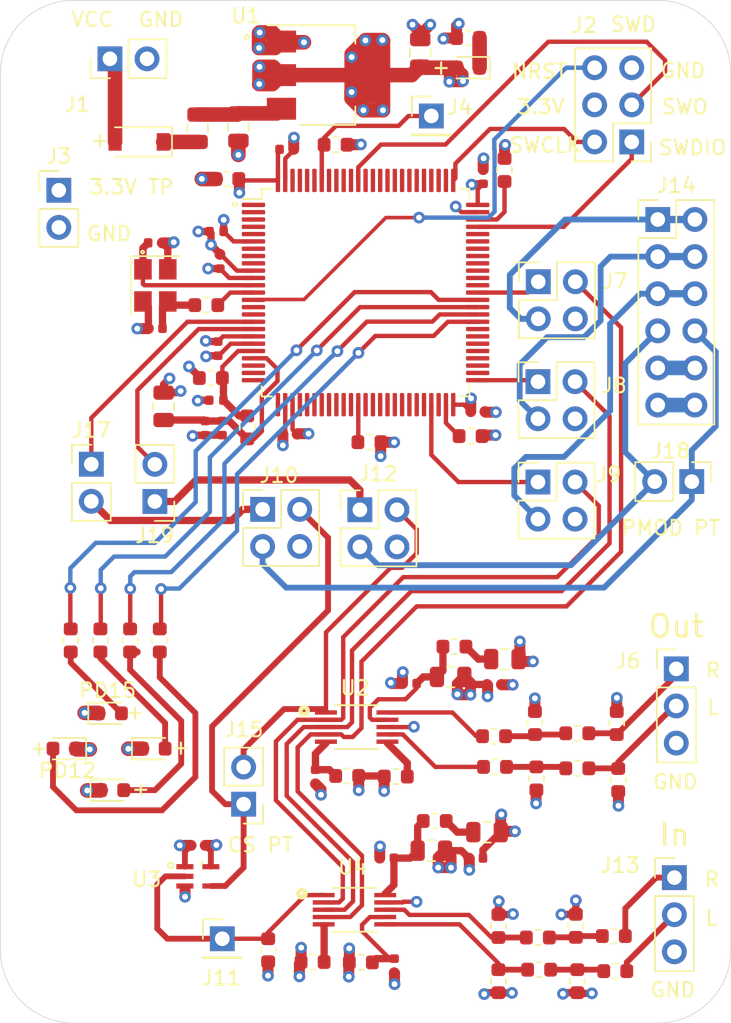
<source format=kicad_pcb>
(kicad_pcb (version 20171130) (host pcbnew "(5.1.5-0-10_14)")
  (layers (0 F.Cu signal) (1 In1.Cu power) (2 In2.Cu power) (31 B.Cu signal) (35 F.Paste user hide) (37 F.SilkS user) (39 F.Mask user hide) (44 Edge.Cuts user))
  (net 0 "")
  (net 1 GND)
  (net 2 "Net-(C1-Pad1)")
  (net 3 +3V3)
  (net 4 "Net-(C4-Pad1)")
  (net 5 "Net-(C4-Pad2)")
  (net 6 "Net-(C6-Pad2)")
  (net 7 "Net-(C6-Pad1)")
  (net 8 "Net-(C7-Pad1)")
  (net 9 "Net-(C7-Pad2)")
  (net 10 "Net-(C8-Pad1)")
  (net 11 "Net-(C10-Pad1)")
  (net 12 "Net-(C11-Pad2)")
  (net 13 "Net-(C12-Pad2)")
  (net 14 +3.3VA)
  (net 15 "Net-(C24-Pad2)")
  (net 16 "Net-(C24-Pad1)")
  (net 17 "Net-(C27-Pad1)")
  (net 18 "Net-(C28-Pad1)")
  (net 19 "Net-(C29-Pad1)")
  (net 20 "Net-(C31-Pad1)")
  (net 21 "Net-(C31-Pad2)")
  (net 22 "Net-(C32-Pad1)")
  (net 23 "Net-(C32-Pad2)")
  (net 24 "Net-(C33-Pad1)")
  (net 25 "Net-(C35-Pad1)")
  (net 26 HSE_IN)
  (net 27 "Net-(C39-Pad1)")
  (net 28 "Net-(D1-Pad1)")
  (net 29 VCC)
  (net 30 "Net-(D2-Pad1)")
  (net 31 "Net-(D3-Pad2)")
  (net 32 "Net-(D4-Pad2)")
  (net 33 "Net-(D5-Pad2)")
  (net 34 "Net-(D6-Pad2)")
  (net 35 SWDIO)
  (net 36 SWCLK)
  (net 37 SWO)
  (net 38 NRST)
  (net 39 BOOT0)
  (net 40 I2S2_MCLK)
  (net 41 CS_MCLK)
  (net 42 PMOD_MCLK)
  (net 43 "Net-(J7-Pad4)")
  (net 44 I2S2_WS)
  (net 45 CS_WS)
  (net 46 PMOD_WS)
  (net 47 "Net-(J8-Pad4)")
  (net 48 "Net-(J9-Pad4)")
  (net 49 PMOD_CLK)
  (net 50 CS_CLK)
  (net 51 I2S2_CLK)
  (net 52 STM32_I2S2_SDIN)
  (net 53 CS_SDOUT)
  (net 54 PMOD_SDOUT)
  (net 55 "Net-(J10-Pad4)")
  (net 56 "Net-(J11-Pad1)")
  (net 57 "Net-(J12-Pad4)")
  (net 58 PMOD_SDIN)
  (net 59 CS_SDIN)
  (net 60 STM_I2S2_SDOUT)
  (net 61 "Net-(J13-Pad1)")
  (net 62 "Net-(J13-Pad2)")
  (net 63 "Net-(J17-Pad1)")
  (net 64 "Net-(J19-Pad2)")
  (net 65 HSE_OUT)
  (net 66 "Net-(R15-Pad1)")
  (net 67 "Net-(R16-Pad1)")
  (net 68 "Net-(R17-Pad2)")
  (net 69 "Net-(R18-Pad1)")
  (net 70 BOOT1)
  (net 71 "Net-(U5-Pad1)")
  (net 72 "Net-(U5-Pad2)")
  (net 73 "Net-(U5-Pad3)")
  (net 74 "Net-(U5-Pad4)")
  (net 75 "Net-(U5-Pad5)")
  (net 76 "Net-(U5-Pad7)")
  (net 77 "Net-(U5-Pad8)")
  (net 78 "Net-(U5-Pad9)")
  (net 79 "Net-(U5-Pad15)")
  (net 80 "Net-(U5-Pad16)")
  (net 81 "Net-(U5-Pad23)")
  (net 82 "Net-(U5-Pad24)")
  (net 83 "Net-(U5-Pad25)")
  (net 84 "Net-(U5-Pad26)")
  (net 85 "Net-(U5-Pad29)")
  (net 86 "Net-(U5-Pad30)")
  (net 87 "Net-(U5-Pad31)")
  (net 88 "Net-(U5-Pad32)")
  (net 89 "Net-(U5-Pad33)")
  (net 90 "Net-(U5-Pad34)")
  (net 91 "Net-(U5-Pad35)")
  (net 92 "Net-(U5-Pad36)")
  (net 93 "Net-(U5-Pad38)")
  (net 94 "Net-(U5-Pad39)")
  (net 95 "Net-(U5-Pad40)")
  (net 96 "Net-(U5-Pad41)")
  (net 97 "Net-(U5-Pad42)")
  (net 98 "Net-(U5-Pad43)")
  (net 99 "Net-(U5-Pad44)")
  (net 100 "Net-(U5-Pad45)")
  (net 101 "Net-(U5-Pad46)")
  (net 102 "Net-(U5-Pad48)")
  (net 103 "Net-(U5-Pad52)")
  (net 104 "Net-(U5-Pad53)")
  (net 105 "Net-(U5-Pad54)")
  (net 106 "Net-(U5-Pad55)")
  (net 107 "Net-(U5-Pad56)")
  (net 108 "Net-(U5-Pad57)")
  (net 109 "Net-(U5-Pad58)")
  (net 110 "Net-(U5-Pad64)")
  (net 111 "Net-(U5-Pad65)")
  (net 112 "Net-(U5-Pad66)")
  (net 113 "Net-(U5-Pad67)")
  (net 114 "Net-(U5-Pad68)")
  (net 115 "Net-(U5-Pad69)")
  (net 116 "Net-(U5-Pad70)")
  (net 117 "Net-(U5-Pad71)")
  (net 118 "Net-(U5-Pad77)")
  (net 119 "Net-(U5-Pad78)")
  (net 120 "Net-(U5-Pad79)")
  (net 121 "Net-(U5-Pad80)")
  (net 122 "Net-(U5-Pad81)")
  (net 123 "Net-(U5-Pad82)")
  (net 124 "Net-(U5-Pad83)")
  (net 125 "Net-(U5-Pad84)")
  (net 126 "Net-(U5-Pad85)")
  (net 127 "Net-(U5-Pad86)")
  (net 128 "Net-(U5-Pad87)")
  (net 129 "Net-(U5-Pad88)")
  (net 130 "Net-(U5-Pad90)")
  (net 131 "Net-(U5-Pad91)")
  (net 132 "Net-(U5-Pad92)")
  (net 133 "Net-(U5-Pad93)")
  (net 134 "Net-(U5-Pad95)")
  (net 135 "Net-(U5-Pad96)")
  (net 136 "Net-(U5-Pad97)")
  (net 137 "Net-(U5-Pad98)")
  (module Resistor_SMD:R_0603_1608Metric (layer F.Cu) (at 75.2625 80.24 180)
    (fp_text reference R20 hide)
    (fp_text value 10k)
    (pad 1 smd roundrect (at -0.7875 0 180) (size 0.875 0.95) (layers F.Cu F.Paste F.Mask) (net 1 GND))
    (pad 2 smd roundrect (at 0.7875 0 180) (size 0.875 0.95) (layers F.Cu F.Paste F.Mask) (net 70 BOOT1))
  )
  (module Connector_PinHeader_2.54mm:PinHeader_1x01_P2.54mm_Vertical (layer F.Cu) (at 65.19 114.23)
    (fp_text reference J11 (at -0.07 2.68) (layer F.SilkS))
    (fp_text value "CS_SDOUT Pre Buffer Test Point")
    (pad 1 thru_hole rect (at 0 0) (size 1.7 1.7) (drill 1) (layers *.Cu *.Mask) (net 56 "Net-(J11-Pad1)"))
  )
  (module Package_QFP:LQFP-100_14x14mm_P0.5mm (layer F.Cu) (at 75 70)
    (fp_text reference U5 hide)
    (fp_text value STM32F407VGT60)
    (pad 1 smd roundrect (at -7.675 -6) (size 1.6 0.3) (layers F.Cu F.Paste F.Mask) (net 71 "Net-(U5-Pad1)"))
    (pad 2 smd roundrect (at -7.675 -5.5) (size 1.6 0.3) (layers F.Cu F.Paste F.Mask) (net 72 "Net-(U5-Pad2)"))
    (pad 3 smd roundrect (at -7.675 -5) (size 1.6 0.3) (layers F.Cu F.Paste F.Mask) (net 73 "Net-(U5-Pad3)"))
    (pad 4 smd roundrect (at -7.675 -4.5) (size 1.6 0.3) (layers F.Cu F.Paste F.Mask) (net 74 "Net-(U5-Pad4)"))
    (pad 5 smd roundrect (at -7.675 -4) (size 1.6 0.3) (layers F.Cu F.Paste F.Mask) (net 75 "Net-(U5-Pad5)"))
    (pad 6 smd roundrect (at -7.675 -3.5) (size 1.6 0.3) (layers F.Cu F.Paste F.Mask) (net 3 +3V3))
    (pad 7 smd roundrect (at -7.675 -3) (size 1.6 0.3) (layers F.Cu F.Paste F.Mask) (net 76 "Net-(U5-Pad7)"))
    (pad 8 smd roundrect (at -7.675 -2.5) (size 1.6 0.3) (layers F.Cu F.Paste F.Mask) (net 77 "Net-(U5-Pad8)"))
    (pad 9 smd roundrect (at -7.675 -2) (size 1.6 0.3) (layers F.Cu F.Paste F.Mask) (net 78 "Net-(U5-Pad9)"))
    (pad 10 smd roundrect (at -7.675 -1.5) (size 1.6 0.3) (layers F.Cu F.Paste F.Mask) (net 1 GND))
    (pad 11 smd roundrect (at -7.675 -1) (size 1.6 0.3) (layers F.Cu F.Paste F.Mask) (net 3 +3V3))
    (pad 12 smd roundrect (at -7.675 -0.5) (size 1.6 0.3) (layers F.Cu F.Paste F.Mask) (net 26 HSE_IN))
    (pad 13 smd roundrect (at -7.675 0) (size 1.6 0.3) (layers F.Cu F.Paste F.Mask) (net 65 HSE_OUT))
    (pad 14 smd roundrect (at -7.675 0.5) (size 1.6 0.3) (layers F.Cu F.Paste F.Mask) (net 38 NRST))
    (pad 15 smd roundrect (at -7.675 1) (size 1.6 0.3) (layers F.Cu F.Paste F.Mask) (net 79 "Net-(U5-Pad15)"))
    (pad 16 smd roundrect (at -7.675 1.5) (size 1.6 0.3) (layers F.Cu F.Paste F.Mask) (net 80 "Net-(U5-Pad16)"))
    (pad 17 smd roundrect (at -7.675 2) (size 1.6 0.3) (layers F.Cu F.Paste F.Mask) (net 63 "Net-(J17-Pad1)"))
    (pad 18 smd roundrect (at -7.675 2.5) (size 1.6 0.3) (layers F.Cu F.Paste F.Mask) (net 64 "Net-(J19-Pad2)"))
    (pad 19 smd roundrect (at -7.675 3) (size 1.6 0.3) (layers F.Cu F.Paste F.Mask) (net 3 +3V3))
    (pad 20 smd roundrect (at -7.675 3.5) (size 1.6 0.3) (layers F.Cu F.Paste F.Mask) (net 1 GND))
    (pad 21 smd roundrect (at -7.675 4) (size 1.6 0.3) (layers F.Cu F.Paste F.Mask) (net 19 "Net-(C29-Pad1)"))
    (pad 22 smd roundrect (at -7.675 4.5) (size 1.6 0.3) (layers F.Cu F.Paste F.Mask) (net 14 +3.3VA))
    (pad 23 smd roundrect (at -7.675 5) (size 1.6 0.3) (layers F.Cu F.Paste F.Mask) (net 81 "Net-(U5-Pad23)"))
    (pad 24 smd roundrect (at -7.675 5.5) (size 1.6 0.3) (layers F.Cu F.Paste F.Mask) (net 82 "Net-(U5-Pad24)"))
    (pad 25 smd roundrect (at -7.675 6) (size 1.6 0.3) (layers F.Cu F.Paste F.Mask) (net 83 "Net-(U5-Pad25)"))
    (pad 26 smd roundrect (at -6 7.675) (size 0.3 1.6) (layers F.Cu F.Paste F.Mask) (net 84 "Net-(U5-Pad26)"))
    (pad 27 smd roundrect (at -5.5 7.675) (size 0.3 1.6) (layers F.Cu F.Paste F.Mask) (net 1 GND))
    (pad 28 smd roundrect (at -5 7.675) (size 0.3 1.6) (layers F.Cu F.Paste F.Mask) (net 3 +3V3))
    (pad 29 smd roundrect (at -4.5 7.675) (size 0.3 1.6) (layers F.Cu F.Paste F.Mask) (net 85 "Net-(U5-Pad29)"))
    (pad 30 smd roundrect (at -4 7.675) (size 0.3 1.6) (layers F.Cu F.Paste F.Mask) (net 86 "Net-(U5-Pad30)"))
    (pad 31 smd roundrect (at -3.5 7.675) (size 0.3 1.6) (layers F.Cu F.Paste F.Mask) (net 87 "Net-(U5-Pad31)"))
    (pad 32 smd roundrect (at -3 7.675) (size 0.3 1.6) (layers F.Cu F.Paste F.Mask) (net 88 "Net-(U5-Pad32)"))
    (pad 33 smd roundrect (at -2.5 7.675) (size 0.3 1.6) (layers F.Cu F.Paste F.Mask) (net 89 "Net-(U5-Pad33)"))
    (pad 34 smd roundrect (at -2 7.675) (size 0.3 1.6) (layers F.Cu F.Paste F.Mask) (net 90 "Net-(U5-Pad34)"))
    (pad 35 smd roundrect (at -1.5 7.675) (size 0.3 1.6) (layers F.Cu F.Paste F.Mask) (net 91 "Net-(U5-Pad35)"))
    (pad 36 smd roundrect (at -1 7.675) (size 0.3 1.6) (layers F.Cu F.Paste F.Mask) (net 92 "Net-(U5-Pad36)"))
    (pad 37 smd roundrect (at -0.5 7.675) (size 0.3 1.6) (layers F.Cu F.Paste F.Mask) (net 70 BOOT1))
    (pad 38 smd roundrect (at 0 7.675) (size 0.3 1.6) (layers F.Cu F.Paste F.Mask) (net 93 "Net-(U5-Pad38)"))
    (pad 39 smd roundrect (at 0.5 7.675) (size 0.3 1.6) (layers F.Cu F.Paste F.Mask) (net 94 "Net-(U5-Pad39)"))
    (pad 40 smd roundrect (at 1 7.675) (size 0.3 1.6) (layers F.Cu F.Paste F.Mask) (net 95 "Net-(U5-Pad40)"))
    (pad 41 smd roundrect (at 1.5 7.675) (size 0.3 1.6) (layers F.Cu F.Paste F.Mask) (net 96 "Net-(U5-Pad41)"))
    (pad 42 smd roundrect (at 2 7.675) (size 0.3 1.6) (layers F.Cu F.Paste F.Mask) (net 97 "Net-(U5-Pad42)"))
    (pad 43 smd roundrect (at 2.5 7.675) (size 0.3 1.6) (layers F.Cu F.Paste F.Mask) (net 98 "Net-(U5-Pad43)"))
    (pad 44 smd roundrect (at 3 7.675) (size 0.3 1.6) (layers F.Cu F.Paste F.Mask) (net 99 "Net-(U5-Pad44)"))
    (pad 45 smd roundrect (at 3.5 7.675) (size 0.3 1.6) (layers F.Cu F.Paste F.Mask) (net 100 "Net-(U5-Pad45)"))
    (pad 46 smd roundrect (at 4 7.675) (size 0.3 1.6) (layers F.Cu F.Paste F.Mask) (net 101 "Net-(U5-Pad46)"))
    (pad 47 smd roundrect (at 4.5 7.675) (size 0.3 1.6) (layers F.Cu F.Paste F.Mask) (net 51 I2S2_CLK))
    (pad 48 smd roundrect (at 5 7.675) (size 0.3 1.6) (layers F.Cu F.Paste F.Mask) (net 102 "Net-(U5-Pad48)"))
    (pad 49 smd roundrect (at 5.5 7.675) (size 0.3 1.6) (layers F.Cu F.Paste F.Mask) (net 17 "Net-(C27-Pad1)"))
    (pad 50 smd roundrect (at 6 7.675) (size 0.3 1.6) (layers F.Cu F.Paste F.Mask) (net 3 +3V3))
    (pad 51 smd roundrect (at 7.675 6) (size 1.6 0.3) (layers F.Cu F.Paste F.Mask) (net 44 I2S2_WS))
    (pad 52 smd roundrect (at 7.675 5.5) (size 1.6 0.3) (layers F.Cu F.Paste F.Mask) (net 103 "Net-(U5-Pad52)"))
    (pad 53 smd roundrect (at 7.675 5) (size 1.6 0.3) (layers F.Cu F.Paste F.Mask) (net 104 "Net-(U5-Pad53)"))
    (pad 54 smd roundrect (at 7.675 4.5) (size 1.6 0.3) (layers F.Cu F.Paste F.Mask) (net 105 "Net-(U5-Pad54)"))
    (pad 55 smd roundrect (at 7.675 4) (size 1.6 0.3) (layers F.Cu F.Paste F.Mask) (net 106 "Net-(U5-Pad55)"))
    (pad 56 smd roundrect (at 7.675 3.5) (size 1.6 0.3) (layers F.Cu F.Paste F.Mask) (net 107 "Net-(U5-Pad56)"))
    (pad 57 smd roundrect (at 7.675 3) (size 1.6 0.3) (layers F.Cu F.Paste F.Mask) (net 108 "Net-(U5-Pad57)"))
    (pad 58 smd roundrect (at 7.675 2.5) (size 1.6 0.3) (layers F.Cu F.Paste F.Mask) (net 109 "Net-(U5-Pad58)"))
    (pad 59 smd roundrect (at 7.675 2) (size 1.6 0.3) (layers F.Cu F.Paste F.Mask) (net 66 "Net-(R15-Pad1)"))
    (pad 60 smd roundrect (at 7.675 1.5) (size 1.6 0.3) (layers F.Cu F.Paste F.Mask) (net 67 "Net-(R16-Pad1)"))
    (pad 61 smd roundrect (at 7.675 1) (size 1.6 0.3) (layers F.Cu F.Paste F.Mask) (net 68 "Net-(R17-Pad2)"))
    (pad 62 smd roundrect (at 7.675 0.5) (size 1.6 0.3) (layers F.Cu F.Paste F.Mask) (net 69 "Net-(R18-Pad1)"))
    (pad 63 smd roundrect (at 7.675 0) (size 1.6 0.3) (layers F.Cu F.Paste F.Mask) (net 40 I2S2_MCLK))
    (pad 64 smd roundrect (at 7.675 -0.5) (size 1.6 0.3) (layers F.Cu F.Paste F.Mask) (net 110 "Net-(U5-Pad64)"))
    (pad 65 smd roundrect (at 7.675 -1) (size 1.6 0.3) (layers F.Cu F.Paste F.Mask) (net 111 "Net-(U5-Pad65)"))
    (pad 66 smd roundrect (at 7.675 -1.5) (size 1.6 0.3) (layers F.Cu F.Paste F.Mask) (net 112 "Net-(U5-Pad66)"))
    (pad 67 smd roundrect (at 7.675 -2) (size 1.6 0.3) (layers F.Cu F.Paste F.Mask) (net 113 "Net-(U5-Pad67)"))
    (pad 68 smd roundrect (at 7.675 -2.5) (size 1.6 0.3) (layers F.Cu F.Paste F.Mask) (net 114 "Net-(U5-Pad68)"))
    (pad 69 smd roundrect (at 7.675 -3) (size 1.6 0.3) (layers F.Cu F.Paste F.Mask) (net 115 "Net-(U5-Pad69)"))
    (pad 70 smd roundrect (at 7.675 -3.5) (size 1.6 0.3) (layers F.Cu F.Paste F.Mask) (net 116 "Net-(U5-Pad70)"))
    (pad 71 smd roundrect (at 7.675 -4) (size 1.6 0.3) (layers F.Cu F.Paste F.Mask) (net 117 "Net-(U5-Pad71)"))
    (pad 72 smd roundrect (at 7.675 -4.5) (size 1.6 0.3) (layers F.Cu F.Paste F.Mask) (net 35 SWDIO))
    (pad 73 smd roundrect (at 7.675 -5) (size 1.6 0.3) (layers F.Cu F.Paste F.Mask) (net 18 "Net-(C28-Pad1)"))
    (pad 74 smd roundrect (at 7.675 -5.5) (size 1.6 0.3) (layers F.Cu F.Paste F.Mask) (net 1 GND))
    (pad 75 smd roundrect (at 7.675 -6) (size 1.6 0.3) (layers F.Cu F.Paste F.Mask) (net 3 +3V3))
    (pad 76 smd roundrect (at 6 -7.675) (size 0.3 1.6) (layers F.Cu F.Paste F.Mask) (net 36 SWCLK))
    (pad 77 smd roundrect (at 5.5 -7.675) (size 0.3 1.6) (layers F.Cu F.Paste F.Mask) (net 118 "Net-(U5-Pad77)"))
    (pad 78 smd roundrect (at 5 -7.675) (size 0.3 1.6) (layers F.Cu F.Paste F.Mask) (net 119 "Net-(U5-Pad78)"))
    (pad 79 smd roundrect (at 4.5 -7.675) (size 0.3 1.6) (layers F.Cu F.Paste F.Mask) (net 120 "Net-(U5-Pad79)"))
    (pad 80 smd roundrect (at 4 -7.675) (size 0.3 1.6) (layers F.Cu F.Paste F.Mask) (net 121 "Net-(U5-Pad80)"))
    (pad 81 smd roundrect (at 3.5 -7.675) (size 0.3 1.6) (layers F.Cu F.Paste F.Mask) (net 122 "Net-(U5-Pad81)"))
    (pad 82 smd roundrect (at 3 -7.675) (size 0.3 1.6) (layers F.Cu F.Paste F.Mask) (net 123 "Net-(U5-Pad82)"))
    (pad 83 smd roundrect (at 2.5 -7.675) (size 0.3 1.6) (layers F.Cu F.Paste F.Mask) (net 124 "Net-(U5-Pad83)"))
    (pad 84 smd roundrect (at 2 -7.675) (size 0.3 1.6) (layers F.Cu F.Paste F.Mask) (net 125 "Net-(U5-Pad84)"))
    (pad 85 smd roundrect (at 1.5 -7.675) (size 0.3 1.6) (layers F.Cu F.Paste F.Mask) (net 126 "Net-(U5-Pad85)"))
    (pad 86 smd roundrect (at 1 -7.675) (size 0.3 1.6) (layers F.Cu F.Paste F.Mask) (net 127 "Net-(U5-Pad86)"))
    (pad 87 smd roundrect (at 0.5 -7.675) (size 0.3 1.6) (layers F.Cu F.Paste F.Mask) (net 128 "Net-(U5-Pad87)"))
    (pad 88 smd roundrect (at 0 -7.675) (size 0.3 1.6) (layers F.Cu F.Paste F.Mask) (net 129 "Net-(U5-Pad88)"))
    (pad 89 smd roundrect (at -0.5 -7.675) (size 0.3 1.6) (layers F.Cu F.Paste F.Mask) (net 37 SWO))
    (pad 90 smd roundrect (at -1 -7.675) (size 0.3 1.6) (layers F.Cu F.Paste F.Mask) (net 130 "Net-(U5-Pad90)"))
    (pad 91 smd roundrect (at -1.5 -7.675) (size 0.3 1.6) (layers F.Cu F.Paste F.Mask) (net 131 "Net-(U5-Pad91)"))
    (pad 92 smd roundrect (at -2 -7.675) (size 0.3 1.6) (layers F.Cu F.Paste F.Mask) (net 132 "Net-(U5-Pad92)"))
    (pad 93 smd roundrect (at -2.5 -7.675) (size 0.3 1.6) (layers F.Cu F.Paste F.Mask) (net 133 "Net-(U5-Pad93)"))
    (pad 94 smd roundrect (at -3 -7.675) (size 0.3 1.6) (layers F.Cu F.Paste F.Mask) (net 39 BOOT0))
    (pad 95 smd roundrect (at -3.5 -7.675) (size 0.3 1.6) (layers F.Cu F.Paste F.Mask) (net 134 "Net-(U5-Pad95)"))
    (pad 96 smd roundrect (at -4 -7.675) (size 0.3 1.6) (layers F.Cu F.Paste F.Mask) (net 135 "Net-(U5-Pad96)"))
    (pad 97 smd roundrect (at -4.5 -7.675) (size 0.3 1.6) (layers F.Cu F.Paste F.Mask) (net 136 "Net-(U5-Pad97)"))
    (pad 98 smd roundrect (at -5 -7.675) (size 0.3 1.6) (layers F.Cu F.Paste F.Mask) (net 137 "Net-(U5-Pad98)"))
    (pad 99 smd roundrect (at -5.5 -7.675) (size 0.3 1.6) (layers F.Cu F.Paste F.Mask) (net 1 GND))
    (pad 100 smd roundrect (at -6 -7.675) (size 0.3 1.6) (layers F.Cu F.Paste F.Mask) (net 3 +3V3))
  )
  (module Capacitor_SMD:C_0805_2012Metric (layer F.Cu) (at 66.294 58.674 270)
    (fp_text reference C1 hide)
    (fp_text value 10uF)
    (pad 2 smd roundrect (at 0.9375 0 270) (size 0.975 1.4) (layers F.Cu F.Paste F.Mask) (net 1 GND))
    (pad 1 smd roundrect (at -0.9375 0 270) (size 0.975 1.4) (layers F.Cu F.Paste F.Mask) (net 2 "Net-(C1-Pad1)"))
  )
  (module Capacitor_SMD:C_0805_2012Metric (layer F.Cu) (at 78.74 53.594 90)
    (fp_text reference C2 hide)
    (fp_text value 10uF)
    (pad 1 smd roundrect (at -0.9375 0 90) (size 0.975 1.4) (layers F.Cu F.Paste F.Mask) (net 3 +3V3))
    (pad 2 smd roundrect (at 0.9375 0 90) (size 0.975 1.4) (layers F.Cu F.Paste F.Mask) (net 1 GND))
  )
  (module Capacitor_SMD:C_0402_1005Metric (layer F.Cu) (at 83.8 96.83)
    (fp_text reference C3 hide)
    (fp_text value 100nf)
    (pad 2 smd roundrect (at 0.485 0) (size 0.59 0.64) (layers F.Cu F.Paste F.Mask) (net 1 GND))
    (pad 1 smd roundrect (at -0.485 0) (size 0.59 0.64) (layers F.Cu F.Paste F.Mask) (net 3 +3V3))
  )
  (module Capacitor_SMD:C_0603_1608Metric (layer F.Cu) (at 81.0825 94.24)
    (fp_text reference C4 hide)
    (fp_text value 4.7uF)
    (pad 1 smd roundrect (at -0.7875 0) (size 0.875 0.95) (layers F.Cu F.Paste F.Mask) (net 4 "Net-(C4-Pad1)"))
    (pad 2 smd roundrect (at 0.7875 0) (size 0.875 0.95) (layers F.Cu F.Paste F.Mask) (net 5 "Net-(C4-Pad2)"))
  )
  (module Capacitor_SMD:C_0402_1005Metric (layer F.Cu) (at 78.01 96.76 180)
    (fp_text reference C5 hide)
    (fp_text value 100nF)
    (pad 1 smd roundrect (at -0.485 0 180) (size 0.59 0.64) (layers F.Cu F.Paste F.Mask) (net 4 "Net-(C4-Pad1)"))
    (pad 2 smd roundrect (at 0.485 0 180) (size 0.59 0.64) (layers F.Cu F.Paste F.Mask) (net 1 GND))
  )
  (module Capacitor_SMD:C_0603_1608Metric (layer F.Cu) (at 83.792 100.368 180)
    (fp_text reference C6 hide)
    (fp_text value 3.3uF)
    (pad 2 smd roundrect (at 0.7875 0 180) (size 0.875 0.95) (layers F.Cu F.Paste F.Mask) (net 6 "Net-(C6-Pad2)"))
    (pad 1 smd roundrect (at -0.7875 0 180) (size 0.875 0.95) (layers F.Cu F.Paste F.Mask) (net 7 "Net-(C6-Pad1)"))
  )
  (module Capacitor_SMD:C_0603_1608Metric (layer F.Cu) (at 83.86 102.468 180)
    (fp_text reference C7 hide)
    (fp_text value 3.3uF)
    (pad 1 smd roundrect (at -0.7875 0 180) (size 0.875 0.95) (layers F.Cu F.Paste F.Mask) (net 8 "Net-(C7-Pad1)"))
    (pad 2 smd roundrect (at 0.7875 0 180) (size 0.875 0.95) (layers F.Cu F.Paste F.Mask) (net 9 "Net-(C7-Pad2)"))
  )
  (module Capacitor_SMD:C_0402_1005Metric (layer F.Cu) (at 71.57 103.145 270)
    (fp_text reference C8 hide)
    (fp_text value 100nf)
    (pad 2 smd roundrect (at 0.485 0 270) (size 0.59 0.64) (layers F.Cu F.Paste F.Mask) (net 1 GND))
    (pad 1 smd roundrect (at -0.485 0 270) (size 0.59 0.64) (layers F.Cu F.Paste F.Mask) (net 10 "Net-(C8-Pad1)"))
  )
  (module Capacitor_SMD:C_0603_1608Metric (layer F.Cu) (at 73.74 103.09)
    (fp_text reference C9 hide)
    (fp_text value 10uF)
    (pad 2 smd roundrect (at 0.7875 0) (size 0.875 0.95) (layers F.Cu F.Paste F.Mask) (net 1 GND))
    (pad 1 smd roundrect (at -0.7875 0) (size 0.875 0.95) (layers F.Cu F.Paste F.Mask) (net 10 "Net-(C8-Pad1)"))
  )
  (module Capacitor_SMD:C_0603_1608Metric (layer F.Cu) (at 77.0675 103.13 180)
    (fp_text reference C10 hide)
    (fp_text value 10uF)
    (pad 1 smd roundrect (at -0.7875 0 180) (size 0.875 0.95) (layers F.Cu F.Paste F.Mask) (net 11 "Net-(C10-Pad1)"))
    (pad 2 smd roundrect (at 0.7875 0 180) (size 0.875 0.95) (layers F.Cu F.Paste F.Mask) (net 1 GND))
  )
  (module Capacitor_SMD:C_0603_1608Metric (layer F.Cu) (at 92.192 99.468 270)
    (fp_text reference C11 hide)
    (fp_text value 2.7nF)
    (pad 2 smd roundrect (at 0.7875 0 270) (size 0.875 0.95) (layers F.Cu F.Paste F.Mask) (net 12 "Net-(C11-Pad2)"))
    (pad 1 smd roundrect (at -0.7875 0 270) (size 0.875 0.95) (layers F.Cu F.Paste F.Mask) (net 1 GND))
  )
  (module Capacitor_SMD:C_0603_1608Metric (layer F.Cu) (at 92.292 103.368 90)
    (fp_text reference C12 hide)
    (fp_text value 2.7nF)
    (pad 2 smd roundrect (at 0.7875 0 90) (size 0.875 0.95) (layers F.Cu F.Paste F.Mask) (net 13 "Net-(C12-Pad2)"))
    (pad 1 smd roundrect (at -0.7875 0 90) (size 0.875 0.95) (layers F.Cu F.Paste F.Mask) (net 1 GND))
  )
  (module Capacitor_SMD:C_0402_1005Metric (layer F.Cu) (at 64.02 79.28 270)
    (fp_text reference C13 hide)
    (fp_text value 100nf)
    (pad 1 smd roundrect (at -0.485 0 270) (size 0.59 0.64) (layers F.Cu F.Paste F.Mask) (net 14 +3.3VA))
    (pad 2 smd roundrect (at 0.485 0 270) (size 0.59 0.64) (layers F.Cu F.Paste F.Mask) (net 1 GND))
  )
  (module Capacitor_SMD:C_0402_1005Metric (layer F.Cu) (at 65.18 79.275 270)
    (fp_text reference C14 hide)
    (fp_text value 10nF)
    (pad 1 smd roundrect (at -0.485 0 270) (size 0.59 0.64) (layers F.Cu F.Paste F.Mask) (net 14 +3.3VA))
    (pad 2 smd roundrect (at 0.485 0 270) (size 0.59 0.64) (layers F.Cu F.Paste F.Mask) (net 1 GND))
  )
  (module Capacitor_SMD:C_0603_1608Metric (layer F.Cu) (at 65.532 62.23 180)
    (fp_text reference C15 hide)
    (fp_text value 10uF)
    (pad 2 smd roundrect (at 0.7875 0 180) (size 0.875 0.95) (layers F.Cu F.Paste F.Mask) (net 1 GND))
    (pad 1 smd roundrect (at -0.7875 0 180) (size 0.875 0.95) (layers F.Cu F.Paste F.Mask) (net 3 +3V3))
  )
  (module Capacitor_SMD:C_0402_1005Metric (layer F.Cu) (at 69.596 60.198)
    (fp_text reference C16 hide)
    (fp_text value 100nf)
    (pad 1 smd roundrect (at -0.485 0) (size 0.59 0.64) (layers F.Cu F.Paste F.Mask) (net 3 +3V3))
    (pad 2 smd roundrect (at 0.485 0) (size 0.59 0.64) (layers F.Cu F.Paste F.Mask) (net 1 GND))
  )
  (module Capacitor_SMD:C_0402_1005Metric (layer F.Cu) (at 83.05 62.07 90)
    (fp_text reference C17 hide)
    (fp_text value 100nf)
    (pad 2 smd roundrect (at 0.485 0 90) (size 0.59 0.64) (layers F.Cu F.Paste F.Mask) (net 1 GND))
    (pad 1 smd roundrect (at -0.485 0 90) (size 0.59 0.64) (layers F.Cu F.Paste F.Mask) (net 3 +3V3))
  )
  (module Capacitor_SMD:C_0402_1005Metric (layer F.Cu) (at 82.685 78.15)
    (fp_text reference C18 hide)
    (fp_text value 100nf)
    (pad 2 smd roundrect (at 0.485 0) (size 0.59 0.64) (layers F.Cu F.Paste F.Mask) (net 1 GND))
    (pad 1 smd roundrect (at -0.485 0) (size 0.59 0.64) (layers F.Cu F.Paste F.Mask) (net 3 +3V3))
  )
  (module Capacitor_SMD:C_0402_1005Metric (layer F.Cu) (at 69.83 79.69 180)
    (fp_text reference C19 hide)
    (fp_text value 100nf)
    (pad 2 smd roundrect (at 0.485 0 180) (size 0.59 0.64) (layers F.Cu F.Paste F.Mask) (net 1 GND))
    (pad 1 smd roundrect (at -0.485 0 180) (size 0.59 0.64) (layers F.Cu F.Paste F.Mask) (net 3 +3V3))
  )
  (module Capacitor_SMD:C_0402_1005Metric (layer F.Cu) (at 64.89 73.84 270)
    (fp_text reference C20 hide)
    (fp_text value 100nf)
    (pad 1 smd roundrect (at -0.485 0 270) (size 0.59 0.64) (layers F.Cu F.Paste F.Mask) (net 3 +3V3))
    (pad 2 smd roundrect (at 0.485 0 270) (size 0.59 0.64) (layers F.Cu F.Paste F.Mask) (net 1 GND))
  )
  (module Capacitor_SMD:C_0402_1005Metric (layer F.Cu) (at 65.03 67.875 90)
    (fp_text reference C21 hide)
    (fp_text value 100nf)
    (pad 2 smd roundrect (at 0.485 0 90) (size 0.59 0.64) (layers F.Cu F.Paste F.Mask) (net 1 GND))
    (pad 1 smd roundrect (at -0.485 0 90) (size 0.59 0.64) (layers F.Cu F.Paste F.Mask) (net 3 +3V3))
  )
  (module Capacitor_SMD:C_0402_1005Metric (layer F.Cu) (at 64.8 65.82 180)
    (fp_text reference C22 hide)
    (fp_text value 100nf)
    (pad 1 smd roundrect (at -0.485 0 180) (size 0.59 0.64) (layers F.Cu F.Paste F.Mask) (net 3 +3V3))
    (pad 2 smd roundrect (at 0.485 0 180) (size 0.59 0.64) (layers F.Cu F.Paste F.Mask) (net 1 GND))
  )
  (module Capacitor_SMD:C_0402_1005Metric (layer F.Cu) (at 82.55 108.712)
    (fp_text reference C23 hide)
    (fp_text value 100nf)
    (pad 2 smd roundrect (at 0.485 0) (size 0.59 0.64) (layers F.Cu F.Paste F.Mask) (net 1 GND))
    (pad 1 smd roundrect (at -0.485 0) (size 0.59 0.64) (layers F.Cu F.Paste F.Mask) (net 3 +3V3))
  )
  (module Capacitor_SMD:C_0603_1608Metric (layer F.Cu) (at 79.7305 106.172)
    (fp_text reference C24 hide)
    (fp_text value 4.7uF)
    (pad 2 smd roundrect (at 0.7875 0) (size 0.875 0.95) (layers F.Cu F.Paste F.Mask) (net 15 "Net-(C24-Pad2)"))
    (pad 1 smd roundrect (at -0.7875 0) (size 0.875 0.95) (layers F.Cu F.Paste F.Mask) (net 16 "Net-(C24-Pad1)"))
  )
  (module Capacitor_SMD:C_0402_1005Metric (layer F.Cu) (at 76.454 108.712 180)
    (fp_text reference C25 hide)
    (fp_text value 100nF)
    (pad 1 smd roundrect (at -0.485 0 180) (size 0.59 0.64) (layers F.Cu F.Paste F.Mask) (net 16 "Net-(C24-Pad1)"))
    (pad 2 smd roundrect (at 0.485 0 180) (size 0.59 0.64) (layers F.Cu F.Paste F.Mask) (net 1 GND))
  )
  (module Capacitor_SMD:C_0402_1005Metric (layer F.Cu) (at 63.54 107.84 180)
    (fp_text reference C26 hide)
    (fp_text value 100nf)
    (pad 1 smd roundrect (at -0.485 0 180) (size 0.59 0.64) (layers F.Cu F.Paste F.Mask) (net 3 +3V3))
    (pad 2 smd roundrect (at 0.485 0 180) (size 0.59 0.64) (layers F.Cu F.Paste F.Mask) (net 1 GND))
  )
  (module Capacitor_SMD:C_0603_1608Metric (layer F.Cu) (at 82.1875 79.825)
    (fp_text reference C27 hide)
    (fp_text value 2.2uF)
    (pad 1 smd roundrect (at -0.7875 0) (size 0.875 0.95) (layers F.Cu F.Paste F.Mask) (net 17 "Net-(C27-Pad1)"))
    (pad 2 smd roundrect (at 0.7875 0) (size 0.875 0.95) (layers F.Cu F.Paste F.Mask) (net 1 GND))
  )
  (module Capacitor_SMD:C_0603_1608Metric (layer F.Cu) (at 84.51 61.61 90)
    (fp_text reference C28 hide)
    (fp_text value 2.2uF)
    (pad 1 smd roundrect (at -0.7875 0 90) (size 0.875 0.95) (layers F.Cu F.Paste F.Mask) (net 18 "Net-(C28-Pad1)"))
    (pad 2 smd roundrect (at 0.7875 0 90) (size 0.875 0.95) (layers F.Cu F.Paste F.Mask) (net 1 GND))
  )
  (module Capacitor_SMD:C_0603_1608Metric (layer F.Cu) (at 64.41 75.85 180)
    (fp_text reference C29 hide)
    (fp_text value 1uF)
    (pad 1 smd roundrect (at -0.7875 0 180) (size 0.875 0.95) (layers F.Cu F.Paste F.Mask) (net 19 "Net-(C29-Pad1)"))
    (pad 2 smd roundrect (at 0.7875 0 180) (size 0.875 0.95) (layers F.Cu F.Paste F.Mask) (net 1 GND))
  )
  (module Capacitor_SMD:C_0402_1005Metric (layer F.Cu) (at 64.785 77.37 180)
    (fp_text reference C30 hide)
    (fp_text value 100nF)
    (pad 1 smd roundrect (at -0.485 0 180) (size 0.59 0.64) (layers F.Cu F.Paste F.Mask) (net 19 "Net-(C29-Pad1)"))
    (pad 2 smd roundrect (at 0.485 0 180) (size 0.59 0.64) (layers F.Cu F.Paste F.Mask) (net 1 GND))
  )
  (module Capacitor_SMD:C_0603_1608Metric (layer F.Cu) (at 86.792 114.148 180)
    (fp_text reference C31 hide)
    (fp_text value 1uF)
    (pad 1 smd roundrect (at -0.7875 0 180) (size 0.875 0.95) (layers F.Cu F.Paste F.Mask) (net 20 "Net-(C31-Pad1)"))
    (pad 2 smd roundrect (at 0.7875 0 180) (size 0.875 0.95) (layers F.Cu F.Paste F.Mask) (net 21 "Net-(C31-Pad2)"))
  )
  (module Capacitor_SMD:C_0603_1608Metric (layer F.Cu) (at 86.8795 116.348 180)
    (fp_text reference C32 hide)
    (fp_text value 1uF)
    (pad 1 smd roundrect (at -0.7875 0 180) (size 0.875 0.95) (layers F.Cu F.Paste F.Mask) (net 22 "Net-(C32-Pad1)"))
    (pad 2 smd roundrect (at 0.7875 0 180) (size 0.875 0.95) (layers F.Cu F.Paste F.Mask) (net 23 "Net-(C32-Pad2)"))
  )
  (module Capacitor_SMD:C_0402_1005Metric (layer F.Cu) (at 76.962 116.078 270)
    (fp_text reference C33 hide)
    (fp_text value 100nf)
    (pad 2 smd roundrect (at 0.485 0 270) (size 0.59 0.64) (layers F.Cu F.Paste F.Mask) (net 1 GND))
    (pad 1 smd roundrect (at -0.485 0 270) (size 0.59 0.64) (layers F.Cu F.Paste F.Mask) (net 24 "Net-(C33-Pad1)"))
  )
  (module Capacitor_SMD:C_0603_1608Metric (layer F.Cu) (at 74.676 115.8495 180)
    (fp_text reference C34 hide)
    (fp_text value 1uF)
    (pad 1 smd roundrect (at -0.7875 0 180) (size 0.875 0.95) (layers F.Cu F.Paste F.Mask) (net 24 "Net-(C33-Pad1)"))
    (pad 2 smd roundrect (at 0.7875 0 180) (size 0.875 0.95) (layers F.Cu F.Paste F.Mask) (net 1 GND))
  )
  (module Capacitor_SMD:C_0603_1608Metric (layer F.Cu) (at 71.374 115.824 180)
    (fp_text reference C35 hide)
    (fp_text value 10uF)
    (pad 2 smd roundrect (at 0.7875 0 180) (size 0.875 0.95) (layers F.Cu F.Paste F.Mask) (net 1 GND))
    (pad 1 smd roundrect (at -0.7875 0 180) (size 0.875 0.95) (layers F.Cu F.Paste F.Mask) (net 25 "Net-(C35-Pad1)"))
  )
  (module Capacitor_SMD:C_0603_1608Metric (layer F.Cu) (at 84.092 117.1355 270)
    (fp_text reference C36 hide)
    (fp_text value 180pF)
    (pad 2 smd roundrect (at 0.7875 0 270) (size 0.875 0.95) (layers F.Cu F.Paste F.Mask) (net 1 GND))
    (pad 1 smd roundrect (at -0.7875 0 270) (size 0.875 0.95) (layers F.Cu F.Paste F.Mask) (net 23 "Net-(C32-Pad2)"))
  )
  (module Capacitor_SMD:C_0603_1608Metric (layer F.Cu) (at 84.092 113.3605 90)
    (fp_text reference C37 hide)
    (fp_text value 180pF)
    (pad 2 smd roundrect (at 0.7875 0 90) (size 0.875 0.95) (layers F.Cu F.Paste F.Mask) (net 1 GND))
    (pad 1 smd roundrect (at -0.7875 0 90) (size 0.875 0.95) (layers F.Cu F.Paste F.Mask) (net 21 "Net-(C31-Pad2)"))
  )
  (module Capacitor_SMD:C_0402_1005Metric (layer F.Cu) (at 60.6 66.6)
    (fp_text reference C38 hide)
    (fp_text value 12pF)
    (pad 1 smd roundrect (at -0.485 0) (size 0.59 0.64) (layers F.Cu F.Paste F.Mask) (net 26 HSE_IN))
    (pad 2 smd roundrect (at 0.485 0) (size 0.59 0.64) (layers F.Cu F.Paste F.Mask) (net 1 GND))
  )
  (module Capacitor_SMD:C_0402_1005Metric (layer F.Cu) (at 60.615 72.45 180)
    (fp_text reference C39 hide)
    (fp_text value 12pF)
    (pad 2 smd roundrect (at 0.485 0 180) (size 0.59 0.64) (layers F.Cu F.Paste F.Mask) (net 1 GND))
    (pad 1 smd roundrect (at -0.485 0 180) (size 0.59 0.64) (layers F.Cu F.Paste F.Mask) (net 27 "Net-(C39-Pad1)"))
  )
  (module Diode_SMD:D_SOD-123 (layer F.Cu) (at 59.5 59.69 180)
    (fp_text reference D1 hide)
    (fp_text value B5819W)
    (pad 1 smd rect (at -1.65 0 180) (size 0.9 1.2) (layers F.Cu F.Paste F.Mask) (net 28 "Net-(D1-Pad1)"))
    (pad 2 smd rect (at 1.65 0 180) (size 0.9 1.2) (layers F.Cu F.Paste F.Mask) (net 29 VCC))
  )
  (module LED_SMD:LED_0603_1608Metric (layer F.Cu) (at 82.0165 54.61 180)
    (fp_text reference D2 hide)
    (fp_text value LED_Green)
    (pad 1 smd roundrect (at -0.7875 0 180) (size 0.875 0.95) (layers F.Cu F.Paste F.Mask) (net 30 "Net-(D2-Pad1)"))
    (pad 2 smd roundrect (at 0.7875 0 180) (size 0.875 0.95) (layers F.Cu F.Paste F.Mask) (net 3 +3V3))
  )
  (module LED_SMD:LED_0603_1608Metric (layer F.Cu) (at 54.39 101.22 180)
    (fp_text reference D3 hide)
    (fp_text value LED_Red)
    (pad 2 smd roundrect (at 0.7875 0 180) (size 0.875 0.95) (layers F.Cu F.Paste F.Mask) (net 31 "Net-(D3-Pad2)"))
    (pad 1 smd roundrect (at -0.7875 0 180) (size 0.875 0.95) (layers F.Cu F.Paste F.Mask) (net 1 GND))
  )
  (module LED_SMD:LED_0603_1608Metric (layer F.Cu) (at 57.654 104.06)
    (fp_text reference D4 hide)
    (fp_text value LED_Green)
    (pad 1 smd roundrect (at -0.7875 0) (size 0.875 0.95) (layers F.Cu F.Paste F.Mask) (net 1 GND))
    (pad 2 smd roundrect (at 0.7875 0) (size 0.875 0.95) (layers F.Cu F.Paste F.Mask) (net 32 "Net-(D4-Pad2)"))
  )
  (module LED_SMD:LED_0603_1608Metric (layer F.Cu) (at 60.49 101.22)
    (fp_text reference D5 hide)
    (fp_text value LED_Blue)
    (pad 2 smd roundrect (at 0.7875 0) (size 0.875 0.95) (layers F.Cu F.Paste F.Mask) (net 33 "Net-(D5-Pad2)"))
    (pad 1 smd roundrect (at -0.7875 0) (size 0.875 0.95) (layers F.Cu F.Paste F.Mask) (net 1 GND))
  )
  (module LED_SMD:LED_0603_1608Metric (layer F.Cu) (at 57.498 98.802)
    (fp_text reference D6 hide)
    (fp_text value LED_Yellow)
    (pad 1 smd roundrect (at -0.7875 0) (size 0.875 0.95) (layers F.Cu F.Paste F.Mask) (net 1 GND))
    (pad 2 smd roundrect (at 0.7875 0) (size 0.875 0.95) (layers F.Cu F.Paste F.Mask) (net 34 "Net-(D6-Pad2)"))
  )
  (module Inductor_SMD:L_0805_2012Metric (layer F.Cu) (at 63.5 58.7525 270)
    (fp_text reference FB1 hide)
    (fp_text value "100 @100 MHz")
    (pad 1 smd roundrect (at -0.9375 0 270) (size 0.975 1.4) (layers F.Cu F.Paste F.Mask) (net 2 "Net-(C1-Pad1)"))
    (pad 2 smd roundrect (at 0.9375 0 270) (size 0.975 1.4) (layers F.Cu F.Paste F.Mask) (net 28 "Net-(D1-Pad1)"))
  )
  (module Inductor_SMD:L_0805_2012Metric (layer F.Cu) (at 80.8225 96.31)
    (fp_text reference FB2 hide)
    (fp_text value "600 @100 MHz")
    (pad 2 smd roundrect (at 0.9375 0) (size 0.975 1.4) (layers F.Cu F.Paste F.Mask) (net 3 +3V3))
    (pad 1 smd roundrect (at -0.9375 0) (size 0.975 1.4) (layers F.Cu F.Paste F.Mask) (net 4 "Net-(C4-Pad1)"))
  )
  (module Inductor_SMD:L_0805_2012Metric (layer F.Cu) (at 61.175 77.7875 90)
    (fp_text reference FB3 hide)
    (fp_text value "100 @100 MHz")
    (pad 1 smd roundrect (at -0.9375 0 90) (size 0.975 1.4) (layers F.Cu F.Paste F.Mask) (net 14 +3.3VA))
    (pad 2 smd roundrect (at 0.9375 0 90) (size 0.975 1.4) (layers F.Cu F.Paste F.Mask) (net 3 +3V3))
  )
  (module Inductor_SMD:L_0805_2012Metric (layer F.Cu) (at 79.502 108.204)
    (fp_text reference FB4 hide)
    (fp_text value "600 @100 MHz")
    (pad 2 smd roundrect (at 0.9375 0) (size 0.975 1.4) (layers F.Cu F.Paste F.Mask) (net 3 +3V3))
    (pad 1 smd roundrect (at -0.9375 0) (size 0.975 1.4) (layers F.Cu F.Paste F.Mask) (net 16 "Net-(C24-Pad1)"))
  )
  (module Crystal:Crystal_SMD_3225-4Pin_3.2x2.5mm (layer F.Cu) (at 60.61 69.51 270)
    (fp_text reference HSE1 hide)
    (fp_text value 16MHz)
    (pad 1 smd rect (at -1.1 0.85 270) (size 1.4 1.2) (layers F.Cu F.Paste F.Mask) (net 26 HSE_IN))
    (pad 2 smd rect (at 1.1 0.85 270) (size 1.4 1.2) (layers F.Cu F.Paste F.Mask) (net 1 GND))
    (pad 3 smd rect (at 1.1 -0.85 270) (size 1.4 1.2) (layers F.Cu F.Paste F.Mask) (net 27 "Net-(C39-Pad1)"))
    (pad 4 smd rect (at -1.1 -0.85 270) (size 1.4 1.2) (layers F.Cu F.Paste F.Mask) (net 1 GND))
  )
  (module Connector_PinHeader_2.54mm:PinHeader_1x02_P2.54mm_Vertical (layer F.Cu) (at 57.5 54 90)
    (fp_text reference J1 (at -3.1 -2.23 180) (layer F.SilkS))
    (fp_text value "Power Connector Conn_01x02")
    (pad 1 thru_hole rect (at 0 0 90) (size 1.7 1.7) (drill 1) (layers *.Cu *.Mask) (net 29 VCC))
    (pad 2 thru_hole oval (at 0 2.54 90) (size 1.7 1.7) (drill 1) (layers *.Cu *.Mask) (net 1 GND))
  )
  (module Connector_PinHeader_2.54mm:PinHeader_2x03_P2.54mm_Vertical (layer F.Cu) (at 93.218 59.69 180)
    (fp_text reference J2 (at 3.238 7.98) (layer F.SilkS))
    (fp_text value "SWD Connector Conn_02x03")
    (pad 1 thru_hole rect (at 0 0 180) (size 1.7 1.7) (drill 1) (layers *.Cu *.Mask) (net 35 SWDIO))
    (pad 2 thru_hole oval (at 2.54 0 180) (size 1.7 1.7) (drill 1) (layers *.Cu *.Mask) (net 36 SWCLK))
    (pad 3 thru_hole oval (at 0 2.54 180) (size 1.7 1.7) (drill 1) (layers *.Cu *.Mask) (net 37 SWO))
    (pad 4 thru_hole oval (at 2.54 2.54 180) (size 1.7 1.7) (drill 1) (layers *.Cu *.Mask) (net 3 +3V3))
    (pad 5 thru_hole oval (at 0 5.08 180) (size 1.7 1.7) (drill 1) (layers *.Cu *.Mask) (net 1 GND))
    (pad 6 thru_hole oval (at 2.54 5.08 180) (size 1.7 1.7) (drill 1) (layers *.Cu *.Mask) (net 38 NRST))
  )
  (module Connector_PinHeader_2.54mm:PinHeader_1x02_P2.54mm_Vertical (layer F.Cu) (at 54 63)
    (fp_text reference J3 (at 0 -2.33) (layer F.SilkS))
    (fp_text value "Power Test Point Conn_01x02")
    (pad 2 thru_hole oval (at 0 2.54) (size 1.7 1.7) (drill 1) (layers *.Cu *.Mask) (net 1 GND))
    (pad 1 thru_hole rect (at 0 0) (size 1.7 1.7) (drill 1) (layers *.Cu *.Mask) (net 3 +3V3))
  )
  (module Connector_PinHeader_2.54mm:PinHeader_1x01_P2.54mm_Vertical (layer F.Cu) (at 79.502 57.912)
    (fp_text reference J4 (at 1.938 -0.592) (layer F.SilkS))
    (fp_text value "BOOT0 Test Point")
    (pad 1 thru_hole rect (at 0 0) (size 1.7 1.7) (drill 1) (layers *.Cu *.Mask) (net 39 BOOT0))
  )
  (module Connector_PinHeader_2.54mm:PinHeader_1x03_P2.54mm_Vertical (layer F.Cu) (at 96.266 95.758)
    (fp_text reference J6 (at -3.306 -0.528) (layer F.SilkS))
    (fp_text value "Audio Connector Out Conn_01x03")
    (pad 3 thru_hole oval (at 0 5.08) (size 1.7 1.7) (drill 1) (layers *.Cu *.Mask) (net 1 GND))
    (pad 2 thru_hole oval (at 0 2.54) (size 1.7 1.7) (drill 1) (layers *.Cu *.Mask) (net 13 "Net-(C12-Pad2)"))
    (pad 1 thru_hole rect (at 0 0) (size 1.7 1.7) (drill 1) (layers *.Cu *.Mask) (net 12 "Net-(C11-Pad2)"))
  )
  (module Connector_PinHeader_2.54mm:PinHeader_2x02_P2.54mm_Vertical (layer F.Cu) (at 86.82 69.26)
    (fp_text reference J7 (at 5.26 -0.04) (layer F.SilkS))
    (fp_text value "MCLK Jumper")
    (pad 1 thru_hole rect (at 0 0) (size 1.7 1.7) (drill 1) (layers *.Cu *.Mask) (net 40 I2S2_MCLK))
    (pad 2 thru_hole oval (at 2.54 0) (size 1.7 1.7) (drill 1) (layers *.Cu *.Mask) (net 41 CS_MCLK))
    (pad 3 thru_hole oval (at 0 2.54) (size 1.7 1.7) (drill 1) (layers *.Cu *.Mask) (net 42 PMOD_MCLK))
    (pad 4 thru_hole oval (at 2.54 2.54) (size 1.7 1.7) (drill 1) (layers *.Cu *.Mask) (net 43 "Net-(J7-Pad4)"))
  )
  (module Connector_PinHeader_2.54mm:PinHeader_2x02_P2.54mm_Vertical (layer F.Cu) (at 86.8 76.1)
    (fp_text reference J8 (at 5.22 0.27) (layer F.SilkS))
    (fp_text value "WS Jumper")
    (pad 1 thru_hole rect (at 0 0) (size 1.7 1.7) (drill 1) (layers *.Cu *.Mask) (net 44 I2S2_WS))
    (pad 2 thru_hole oval (at 2.54 0) (size 1.7 1.7) (drill 1) (layers *.Cu *.Mask) (net 45 CS_WS))
    (pad 3 thru_hole oval (at 0 2.54) (size 1.7 1.7) (drill 1) (layers *.Cu *.Mask) (net 46 PMOD_WS))
    (pad 4 thru_hole oval (at 2.54 2.54) (size 1.7 1.7) (drill 1) (layers *.Cu *.Mask) (net 47 "Net-(J8-Pad4)"))
  )
  (module Connector_PinHeader_2.54mm:PinHeader_2x02_P2.54mm_Vertical (layer F.Cu) (at 86.8 82.97)
    (fp_text reference J9 (at 4.84 -0.52) (layer F.SilkS))
    (fp_text value "SCLK Jumper")
    (pad 4 thru_hole oval (at 2.54 2.54) (size 1.7 1.7) (drill 1) (layers *.Cu *.Mask) (net 48 "Net-(J9-Pad4)"))
    (pad 3 thru_hole oval (at 0 2.54) (size 1.7 1.7) (drill 1) (layers *.Cu *.Mask) (net 49 PMOD_CLK))
    (pad 2 thru_hole oval (at 2.54 0) (size 1.7 1.7) (drill 1) (layers *.Cu *.Mask) (net 50 CS_CLK))
    (pad 1 thru_hole rect (at 0 0) (size 1.7 1.7) (drill 1) (layers *.Cu *.Mask) (net 51 I2S2_CLK))
  )
  (module Connector_PinHeader_2.54mm:PinHeader_2x02_P2.54mm_Vertical (layer F.Cu) (at 67.95 84.84)
    (fp_text reference J10 (at 1.12 -2.33) (layer F.SilkS))
    (fp_text value "SDIN Jumper")
    (pad 1 thru_hole rect (at 0 0) (size 1.7 1.7) (drill 1) (layers *.Cu *.Mask) (net 52 STM32_I2S2_SDIN))
    (pad 2 thru_hole oval (at 2.54 0) (size 1.7 1.7) (drill 1) (layers *.Cu *.Mask) (net 53 CS_SDOUT))
    (pad 3 thru_hole oval (at 0 2.54) (size 1.7 1.7) (drill 1) (layers *.Cu *.Mask) (net 54 PMOD_SDOUT))
    (pad 4 thru_hole oval (at 2.54 2.54) (size 1.7 1.7) (drill 1) (layers *.Cu *.Mask) (net 55 "Net-(J10-Pad4)"))
  )
  (module Connector_PinHeader_2.54mm:PinHeader_1x03_P2.54mm_Vertical (layer F.Cu) (at 96.138 110.046)
    (fp_text reference J13 (at -3.708 -0.846) (layer F.SilkS))
    (fp_text value "Audio Connector In Conn_01x03")
    (pad 1 thru_hole rect (at 0 0) (size 1.7 1.7) (drill 1) (layers *.Cu *.Mask) (net 61 "Net-(J13-Pad1)"))
    (pad 2 thru_hole oval (at 0 2.54) (size 1.7 1.7) (drill 1) (layers *.Cu *.Mask) (net 62 "Net-(J13-Pad2)"))
    (pad 3 thru_hole oval (at 0 5.08) (size 1.7 1.7) (drill 1) (layers *.Cu *.Mask) (net 1 GND))
  )
  (module Connector_PinHeader_2.54mm:PinHeader_2x06_P2.54mm_Vertical (layer F.Cu) (at 95 65)
    (fp_text reference J14 (at 1.27 -2.33) (layer F.SilkS))
    (fp_text value Conn_02x06_Odd_Even)
    (pad 1 thru_hole rect (at 0 0) (size 1.7 1.7) (drill 1) (layers *.Cu *.Mask) (net 42 PMOD_MCLK))
    (pad 2 thru_hole oval (at 2.54 0) (size 1.7 1.7) (drill 1) (layers *.Cu *.Mask) (net 42 PMOD_MCLK))
    (pad 3 thru_hole oval (at 0 2.54) (size 1.7 1.7) (drill 1) (layers *.Cu *.Mask) (net 46 PMOD_WS))
    (pad 4 thru_hole oval (at 2.54 2.54) (size 1.7 1.7) (drill 1) (layers *.Cu *.Mask) (net 46 PMOD_WS))
    (pad 5 thru_hole oval (at 0 5.08) (size 1.7 1.7) (drill 1) (layers *.Cu *.Mask) (net 49 PMOD_CLK))
    (pad 6 thru_hole oval (at 2.54 5.08) (size 1.7 1.7) (drill 1) (layers *.Cu *.Mask) (net 49 PMOD_CLK))
    (pad 7 thru_hole oval (at 0 7.62) (size 1.7 1.7) (drill 1) (layers *.Cu *.Mask) (net 58 PMOD_SDIN))
    (pad 8 thru_hole oval (at 2.54 7.62) (size 1.7 1.7) (drill 1) (layers *.Cu *.Mask) (net 54 PMOD_SDOUT))
    (pad 9 thru_hole oval (at 0 10.16) (size 1.7 1.7) (drill 1) (layers *.Cu *.Mask) (net 1 GND))
    (pad 10 thru_hole oval (at 2.54 10.16) (size 1.7 1.7) (drill 1) (layers *.Cu *.Mask) (net 1 GND))
    (pad 11 thru_hole oval (at 0 12.7) (size 1.7 1.7) (drill 1) (layers *.Cu *.Mask) (net 3 +3V3))
    (pad 12 thru_hole oval (at 2.54 12.7) (size 1.7 1.7) (drill 1) (layers *.Cu *.Mask) (net 3 +3V3))
  )
  (module Connector_PinHeader_2.54mm:PinHeader_1x02_P2.54mm_Vertical (layer F.Cu) (at 66.65 105.02 180)
    (fp_text reference J15 (at -0.02 5.1) (layer F.SilkS))
    (fp_text value "CS Passthru Jumper Conn_01x02")
    (pad 1 thru_hole rect (at 0 0 180) (size 1.7 1.7) (drill 1) (layers *.Cu *.Mask) (net 53 CS_SDOUT))
    (pad 2 thru_hole oval (at 0 2.54 180) (size 1.7 1.7) (drill 1) (layers *.Cu *.Mask) (net 59 CS_SDIN))
  )
  (module Connector_PinHeader_2.54mm:PinHeader_1x02_P2.54mm_Vertical (layer F.Cu) (at 56.225 81.75)
    (fp_text reference J17 (at 0 -2.33) (layer F.SilkS))
    (fp_text value "I2S SDIN Bypass Jumper Conn_01x02")
    (pad 2 thru_hole oval (at 0 2.54) (size 1.7 1.7) (drill 1) (layers *.Cu *.Mask) (net 52 STM32_I2S2_SDIN))
    (pad 1 thru_hole rect (at 0 0) (size 1.7 1.7) (drill 1) (layers *.Cu *.Mask) (net 63 "Net-(J17-Pad1)"))
  )
  (module Connector_PinHeader_2.54mm:PinHeader_1x02_P2.54mm_Vertical (layer F.Cu) (at 97.33 82.94 270)
    (fp_text reference J18 (at -2.09 1.44 180) (layer F.SilkS))
    (fp_text value "PMOD Passthru")
    (pad 1 thru_hole rect (at 0 0 270) (size 1.7 1.7) (drill 1) (layers *.Cu *.Mask) (net 54 PMOD_SDOUT))
    (pad 2 thru_hole oval (at 0 2.54 270) (size 1.7 1.7) (drill 1) (layers *.Cu *.Mask) (net 58 PMOD_SDIN))
  )
  (module Connector_PinHeader_2.54mm:PinHeader_1x02_P2.54mm_Vertical (layer F.Cu) (at 60.575 84.3 180)
    (fp_text reference J19 (at 0 -2.33) (layer F.SilkS))
    (fp_text value "I2S SDOUT Bypass Conn_01x02")
    (pad 1 thru_hole rect (at 0 0 180) (size 1.7 1.7) (drill 1) (layers *.Cu *.Mask) (net 60 STM_I2S2_SDOUT))
    (pad 2 thru_hole oval (at 0 2.54 180) (size 1.7 1.7) (drill 1) (layers *.Cu *.Mask) (net 64 "Net-(J19-Pad2)"))
  )
  (module Resistor_SMD:R_0603_1608Metric (layer F.Cu) (at 82.0165 52.578 180)
    (fp_text reference R1 hide)
    (fp_text value 2k2)
    (pad 2 smd roundrect (at 0.7875 0 180) (size 0.875 0.95) (layers F.Cu F.Paste F.Mask) (net 1 GND))
    (pad 1 smd roundrect (at -0.7875 0 180) (size 0.875 0.95) (layers F.Cu F.Paste F.Mask) (net 30 "Net-(D2-Pad1)"))
  )
  (module Resistor_SMD:R_0805_2012Metric (layer F.Cu) (at 84.5325 95.09 180)
    (fp_text reference R2 hide)
    (fp_text value 1)
    (pad 1 smd roundrect (at -0.9375 0 180) (size 0.975 1.4) (layers F.Cu F.Paste F.Mask) (net 1 GND))
    (pad 2 smd roundrect (at 0.9375 0 180) (size 0.975 1.4) (layers F.Cu F.Paste F.Mask) (net 5 "Net-(C4-Pad2)"))
  )
  (module Resistor_SMD:R_0603_1608Metric (layer F.Cu) (at 89.492 100.168)
    (fp_text reference R3 hide)
    (fp_text value 470)
    (pad 1 smd roundrect (at -0.7875 0) (size 0.875 0.95) (layers F.Cu F.Paste F.Mask) (net 7 "Net-(C6-Pad1)"))
    (pad 2 smd roundrect (at 0.7875 0) (size 0.875 0.95) (layers F.Cu F.Paste F.Mask) (net 12 "Net-(C11-Pad2)"))
  )
  (module Resistor_SMD:R_0603_1608Metric (layer F.Cu) (at 89.492 102.568)
    (fp_text reference R4 hide)
    (fp_text value 470)
    (pad 2 smd roundrect (at 0.7875 0) (size 0.875 0.95) (layers F.Cu F.Paste F.Mask) (net 13 "Net-(C12-Pad2)"))
    (pad 1 smd roundrect (at -0.7875 0) (size 0.875 0.95) (layers F.Cu F.Paste F.Mask) (net 8 "Net-(C7-Pad1)"))
  )
  (module Resistor_SMD:R_0603_1608Metric (layer F.Cu) (at 86.592 99.468 270)
    (fp_text reference R5 hide)
    (fp_text value 10K)
    (pad 1 smd roundrect (at -0.7875 0 270) (size 0.875 0.95) (layers F.Cu F.Paste F.Mask) (net 1 GND))
    (pad 2 smd roundrect (at 0.7875 0 270) (size 0.875 0.95) (layers F.Cu F.Paste F.Mask) (net 7 "Net-(C6-Pad1)"))
  )
  (module Resistor_SMD:R_0603_1608Metric (layer F.Cu) (at 86.692 103.2555 90)
    (fp_text reference R6 hide)
    (fp_text value 10K)
    (pad 2 smd roundrect (at 0.7875 0 90) (size 0.875 0.95) (layers F.Cu F.Paste F.Mask) (net 8 "Net-(C7-Pad1)"))
    (pad 1 smd roundrect (at -0.7875 0 90) (size 0.875 0.95) (layers F.Cu F.Paste F.Mask) (net 1 GND))
  )
  (module Resistor_SMD:R_0805_2012Metric (layer F.Cu) (at 83.312 106.934 180)
    (fp_text reference R7 hide)
    (fp_text value 1)
    (pad 2 smd roundrect (at 0.9375 0 180) (size 0.975 1.4) (layers F.Cu F.Paste F.Mask) (net 15 "Net-(C24-Pad2)"))
    (pad 1 smd roundrect (at -0.9375 0 180) (size 0.975 1.4) (layers F.Cu F.Paste F.Mask) (net 1 GND))
  )
  (module Resistor_SMD:R_0603_1608Metric (layer F.Cu) (at 66.9 79.23 90)
    (fp_text reference R8 hide)
    (fp_text value 47)
    (pad 1 smd roundrect (at -0.7875 0 90) (size 0.875 0.95) (layers F.Cu F.Paste F.Mask) (net 14 +3.3VA))
    (pad 2 smd roundrect (at 0.7875 0 90) (size 0.875 0.95) (layers F.Cu F.Paste F.Mask) (net 19 "Net-(C29-Pad1)"))
  )
  (module Resistor_SMD:R_0603_1608Metric (layer F.Cu) (at 91.992 114.048 180)
    (fp_text reference R9 hide)
    (fp_text value 5.1K)
    (pad 2 smd roundrect (at 0.7875 0 180) (size 0.875 0.95) (layers F.Cu F.Paste F.Mask) (net 20 "Net-(C31-Pad1)"))
    (pad 1 smd roundrect (at -0.7875 0 180) (size 0.875 0.95) (layers F.Cu F.Paste F.Mask) (net 61 "Net-(J13-Pad1)"))
  )
  (module Resistor_SMD:R_0603_1608Metric (layer F.Cu) (at 68.33 115.0175 90)
    (fp_text reference R10 hide)
    (fp_text value 10k)
    (pad 2 smd roundrect (at 0.7875 0 90) (size 0.875 0.95) (layers F.Cu F.Paste F.Mask) (net 56 "Net-(J11-Pad1)"))
    (pad 1 smd roundrect (at -0.7875 0 90) (size 0.875 0.95) (layers F.Cu F.Paste F.Mask) (net 1 GND))
  )
  (module Resistor_SMD:R_0603_1608Metric (layer F.Cu) (at 92.092 116.448 180)
    (fp_text reference R11 hide)
    (fp_text value 5.1K)
    (pad 1 smd roundrect (at -0.7875 0 180) (size 0.875 0.95) (layers F.Cu F.Paste F.Mask) (net 62 "Net-(J13-Pad2)"))
    (pad 2 smd roundrect (at 0.7875 0 180) (size 0.875 0.95) (layers F.Cu F.Paste F.Mask) (net 22 "Net-(C32-Pad1)"))
  )
  (module Resistor_SMD:R_0603_1608Metric (layer F.Cu) (at 89.392 113.348 270)
    (fp_text reference R12 hide)
    (fp_text value 5.1K)
    (pad 1 smd roundrect (at -0.7875 0 270) (size 0.875 0.95) (layers F.Cu F.Paste F.Mask) (net 1 GND))
    (pad 2 smd roundrect (at 0.7875 0 270) (size 0.875 0.95) (layers F.Cu F.Paste F.Mask) (net 20 "Net-(C31-Pad1)"))
  )
  (module Resistor_SMD:R_0603_1608Metric (layer F.Cu) (at 89.492 117.1355 90)
    (fp_text reference R13 hide)
    (fp_text value 5.1K)
    (pad 2 smd roundrect (at 0.7875 0 90) (size 0.875 0.95) (layers F.Cu F.Paste F.Mask) (net 22 "Net-(C32-Pad1)"))
    (pad 1 smd roundrect (at -0.7875 0 90) (size 0.875 0.95) (layers F.Cu F.Paste F.Mask) (net 1 GND))
  )
  (module Resistor_SMD:R_0603_1608Metric (layer F.Cu) (at 64.0975 70.86)
    (fp_text reference R14 hide)
    (fp_text value 100)
    (pad 2 smd roundrect (at 0.7875 0) (size 0.875 0.95) (layers F.Cu F.Paste F.Mask) (net 65 HSE_OUT))
    (pad 1 smd roundrect (at -0.7875 0) (size 0.875 0.95) (layers F.Cu F.Paste F.Mask) (net 27 "Net-(C39-Pad1)"))
  )
  (module Resistor_SMD:R_0603_1608Metric (layer F.Cu) (at 60.912 93.812 270)
    (fp_text reference R15 hide)
    (fp_text value 2k2)
    (pad 1 smd roundrect (at -0.7875 0 270) (size 0.875 0.95) (layers F.Cu F.Paste F.Mask) (net 66 "Net-(R15-Pad1)"))
    (pad 2 smd roundrect (at 0.7875 0 270) (size 0.875 0.95) (layers F.Cu F.Paste F.Mask) (net 31 "Net-(D3-Pad2)"))
  )
  (module Resistor_SMD:R_0603_1608Metric (layer F.Cu) (at 58.88 93.812 270)
    (fp_text reference R16 hide)
    (fp_text value 2k2)
    (pad 1 smd roundrect (at -0.7875 0 270) (size 0.875 0.95) (layers F.Cu F.Paste F.Mask) (net 67 "Net-(R16-Pad1)"))
    (pad 2 smd roundrect (at 0.7875 0 270) (size 0.875 0.95) (layers F.Cu F.Paste F.Mask) (net 32 "Net-(D4-Pad2)"))
  )
  (module Resistor_SMD:R_0603_1608Metric (layer F.Cu) (at 56.848 93.812 90)
    (fp_text reference R17 hide)
    (fp_text value 2k2)
    (pad 2 smd roundrect (at 0.7875 0 90) (size 0.875 0.95) (layers F.Cu F.Paste F.Mask) (net 68 "Net-(R17-Pad2)"))
    (pad 1 smd roundrect (at -0.7875 0 90) (size 0.875 0.95) (layers F.Cu F.Paste F.Mask) (net 33 "Net-(D5-Pad2)"))
  )
  (module Resistor_SMD:R_0603_1608Metric (layer F.Cu) (at 54.816 93.812 270)
    (fp_text reference R18 hide)
    (fp_text value 2k2)
    (pad 2 smd roundrect (at 0.7875 0 270) (size 0.875 0.95) (layers F.Cu F.Paste F.Mask) (net 34 "Net-(D6-Pad2)"))
    (pad 1 smd roundrect (at -0.7875 0 270) (size 0.875 0.95) (layers F.Cu F.Paste F.Mask) (net 69 "Net-(R18-Pad1)"))
  )
  (module Resistor_SMD:R_0603_1608Metric (layer F.Cu) (at 72.9475 59.88 180)
    (fp_text reference R19 hide)
    (fp_text value 10k)
    (pad 1 smd roundrect (at -0.7875 0 180) (size 0.875 0.95) (layers F.Cu F.Paste F.Mask) (net 1 GND))
    (pad 2 smd roundrect (at 0.7875 0 180) (size 0.875 0.95) (layers F.Cu F.Paste F.Mask) (net 39 BOOT0))
  )
  (module Package_TO_SOT_SMD:SOT-223-3_TabPin2 (layer F.Cu) (at 72.39 55.118)
    (fp_text reference U1 (at -5.588 -4.064) (layer F.SilkS))
    (fp_text value AMS1117-3.3)
    (pad 2 smd rect (at 3.15 0) (size 2 3.8) (layers F.Cu F.Paste F.Mask) (net 3 +3V3))
    (pad 2 smd rect (at -3.15 0) (size 2 1.5) (layers F.Cu F.Paste F.Mask) (net 3 +3V3))
    (pad 3 smd rect (at -3.15 2.3) (size 2 1.5) (layers F.Cu F.Paste F.Mask) (net 2 "Net-(C1-Pad1)"))
    (pad 1 smd rect (at -3.15 -2.3) (size 2 1.5) (layers F.Cu F.Paste F.Mask) (net 1 GND))
  )
  (module Package_TSSOP_SMD:SOP50P490X110-10N (layer F.Cu) (at 74.392 99.744)
    (fp_text reference U2 (at -0.112 -2.674) (layer F.SilkS))
    (fp_text value CS4344_CZZ)
    (pad 10 smd rect (at 2.105 -1) (size 1.5 0.3) (layers F.Cu F.Paste F.Mask) (net 6 "Net-(C6-Pad2)"))
    (pad 9 smd rect (at 2.105 -0.5) (size 1.5 0.3) (layers F.Cu F.Paste F.Mask) (net 4 "Net-(C4-Pad1)"))
    (pad 8 smd rect (at 2.105 0) (size 1.5 0.3) (layers F.Cu F.Paste F.Mask) (net 1 GND))
    (pad 7 smd rect (at 2.105 0.5) (size 1.5 0.3) (layers F.Cu F.Paste F.Mask) (net 9 "Net-(C7-Pad2)"))
    (pad 6 smd rect (at 2.105 1) (size 1.5 0.3) (layers F.Cu F.Paste F.Mask) (net 11 "Net-(C10-Pad1)"))
    (pad 5 smd rect (at -2.105 1) (size 1.5 0.3) (layers F.Cu F.Paste F.Mask) (net 10 "Net-(C8-Pad1)"))
    (pad 4 smd rect (at -2.105 0.5) (size 1.5 0.3) (layers F.Cu F.Paste F.Mask) (net 41 CS_MCLK))
    (pad 3 smd rect (at -2.105 0) (size 1.5 0.3) (layers F.Cu F.Paste F.Mask) (net 45 CS_WS))
    (pad 2 smd rect (at -2.105 -0.5) (size 1.5 0.3) (layers F.Cu F.Paste F.Mask) (net 50 CS_CLK))
    (pad 1 smd rect (at -2.105 -1) (size 1.5 0.3) (layers F.Cu F.Paste F.Mask) (net 59 CS_SDIN))
  )
  (module Package_SC_70:SOT65P210X110-5N (layer F.Cu) (at 63.521 109.9596)
    (fp_text reference U3 (at -3.511 0.2104) (layer F.SilkS))
    (fp_text value NC7SZ125P5)
    (pad 1 smd rect (at -0.889 -0.6604) (size 1.1684 0.3556) (layers F.Cu F.Paste F.Mask) (net 1 GND))
    (pad 2 smd rect (at -0.889 0) (size 1.1684 0.3556) (layers F.Cu F.Paste F.Mask) (net 56 "Net-(J11-Pad1)"))
    (pad 3 smd rect (at -0.889 0.6604) (size 1.1684 0.3556) (layers F.Cu F.Paste F.Mask) (net 1 GND))
    (pad 4 smd rect (at 0.889 0.6604) (size 1.1684 0.3556) (layers F.Cu F.Paste F.Mask) (net 53 CS_SDOUT))
    (pad 5 smd rect (at 0.889 -0.6604) (size 1.1684 0.3556) (layers F.Cu F.Paste F.Mask) (net 3 +3V3))
  )
  (module Package_TSSOP_SMD:SOP50P490X110-10N (layer F.Cu) (at 74.238 112.246)
    (fp_text reference U4 (at -0.127 -2.921) (layer F.SilkS))
    (fp_text value CS5343_CZZ)
    (pad 1 smd rect (at -2.105 -1) (size 1.5 0.3) (layers F.Cu F.Paste F.Mask) (net 56 "Net-(J11-Pad1)"))
    (pad 2 smd rect (at -2.105 -0.5) (size 1.5 0.3) (layers F.Cu F.Paste F.Mask) (net 50 CS_CLK))
    (pad 3 smd rect (at -2.105 0) (size 1.5 0.3) (layers F.Cu F.Paste F.Mask) (net 45 CS_WS))
    (pad 4 smd rect (at -2.105 0.5) (size 1.5 0.3) (layers F.Cu F.Paste F.Mask) (net 41 CS_MCLK))
    (pad 5 smd rect (at -2.105 1) (size 1.5 0.3) (layers F.Cu F.Paste F.Mask) (net 25 "Net-(C35-Pad1)"))
    (pad 6 smd rect (at 2.105 1) (size 1.5 0.3) (layers F.Cu F.Paste F.Mask) (net 23 "Net-(C32-Pad2)"))
    (pad 7 smd rect (at 2.105 0.5) (size 1.5 0.3) (layers F.Cu F.Paste F.Mask) (net 24 "Net-(C33-Pad1)"))
    (pad 8 smd rect (at 2.105 0) (size 1.5 0.3) (layers F.Cu F.Paste F.Mask) (net 21 "Net-(C31-Pad2)"))
    (pad 9 smd rect (at 2.105 -0.5) (size 1.5 0.3) (layers F.Cu F.Paste F.Mask) (net 1 GND))
    (pad 10 smd rect (at 2.105 -1) (size 1.5 0.3) (layers F.Cu F.Paste F.Mask) (net 16 "Net-(C24-Pad1)"))
  )
  (module Connector_PinHeader_2.54mm:PinHeader_2x02_P2.54mm_Vertical (layer F.Cu) (at 74.61 84.87)
    (fp_text reference J12 (at 1.24 -2.46) (layer F.SilkS))
    (fp_text value "SDOUT Jumper")
    (pad 1 thru_hole rect (at 0 0) (size 1.7 1.7) (drill 1) (layers *.Cu *.Mask) (net 60 STM_I2S2_SDOUT))
    (pad 2 thru_hole oval (at 2.54 0) (size 1.7 1.7) (drill 1) (layers *.Cu *.Mask) (net 59 CS_SDIN))
    (pad 3 thru_hole oval (at 0 2.54) (size 1.7 1.7) (drill 1) (layers *.Cu *.Mask) (net 58 PMOD_SDIN))
    (pad 4 thru_hole oval (at 2.54 2.54) (size 1.7 1.7) (drill 1) (layers *.Cu *.Mask) (net 57 "Net-(J12-Pad4)"))
  )
  (gr_text + (at 52.65 101.16) (layer F.SilkS) (effects (font (size 1 1))))
  (gr_text + (at 59.61 103.96) (layer F.SilkS) (effects (font (size 1 1))))
  (gr_text + (at 62.36 101.11) (layer F.SilkS) (effects (font (size 1 1))))
  (gr_text + (at 59.21 98.72) (layer F.SilkS) (effects (font (size 1 1))))
  (gr_text + (at 80.17 54.56) (layer F.SilkS) (effects (font (size 1 1))))
  (gr_text + (at 56.81 59.56) (layer F.SilkS) (effects (font (size 1 1))))
  (gr_circle (center 61.67 109.2) (end 61.850278 109.2) (layer F.SilkS) (width 0.15))
  (gr_circle (center 66.06 63.97) (end 66.2 64.02) (layer F.SilkS) (width 0.12))
  (gr_circle (center 66.88 52.52) (end 67.03 52.56) (layer F.SilkS) (width 0.12))
  (gr_circle (center 59.74 67.23) (end 59.83 67.26) (layer F.SilkS) (width 0.12))
  (gr_text PD15 (at 57.34 97.23) (layer F.SilkS) (effects (font (size 1 1))))
  (gr_text PD12 (at 54.59 102.72) (layer F.SilkS) (effects (font (size 1 1))))
  (gr_text GND (at 96.2 103.49) (layer F.SilkS) (effects (font (size 1 1))))
  (gr_text GND (at 96.03 117.73) (layer F.SilkS) (effects (font (size 1 1))))
  (gr_text GND (at 57.45 65.97) (layer F.SilkS) (effects (font (size 1 1))))
  (gr_text "3.3V TP" (at 58.99 62.77) (layer F.SilkS) (effects (font (size 1 1))))
  (gr_text GND (at 60.99 51.31) (layer F.SilkS) (effects (font (size 1 1))))
  (gr_text VCC (at 56.29 51.31) (layer F.SilkS) (effects (font (size 1 1))))
  (gr_text "L\n" (at 98.67 112.82) (layer F.SilkS) (effects (font (size 1 1))))
  (gr_text R (at 98.72 110.17) (layer F.SilkS) (effects (font (size 1 1))))
  (gr_text L (at 98.79 98.41) (layer F.SilkS) (effects (font (size 1 1))))
  (gr_text R (at 98.79 95.87) (layer F.SilkS) (effects (font (size 1 1))))
  (gr_text "In\n" (at 96.15 107.12) (layer F.SilkS) (effects (font (size 1.5 1.5) (thickness 0.2))))
  (gr_text "Out\n" (at 96.26 92.84) (layer F.SilkS) (effects (font (size 1.5 1.5) (thickness 0.2))))
  (gr_text "CS PT" (at 67.8 107.82) (layer F.SilkS) (effects (font (size 1 1))))
  (gr_text "PMOD PT" (at 95.89 86.11) (layer F.SilkS) (effects (font (size 1 1))))
  (gr_text SWD (at 93.33 51.65) (layer F.SilkS) (effects (font (size 1 1))))
  (gr_text SWCLK (at 87.31 59.91) (layer F.SilkS) (effects (font (size 1 1))))
  (gr_text 3.3V (at 86.99 57.28) (layer F.SilkS) (effects (font (size 1 1))))
  (gr_text "NRST\n" (at 86.9 54.86) (layer F.SilkS) (effects (font (size 1 1))))
  (gr_text SWDIO (at 97.38 60.08) (layer F.SilkS) (effects (font (size 1 1))))
  (gr_text GND (at 96.73 54.81) (layer F.SilkS) (effects (font (size 1 1))))
  (gr_text SWO (at 96.86 57.29) (layer F.SilkS) (effects (font (size 1 1))))
  (gr_arc (start 55 55) (end 55 50) (angle -90) (layer Edge.Cuts) (width 0.05))
  (gr_arc (start 95 55) (end 100 55) (angle -90) (layer Edge.Cuts) (width 0.05))
  (gr_arc (start 55 115) (end 50 115) (angle -90) (layer Edge.Cuts) (width 0.05))
  (gr_arc (start 95 115) (end 95 120) (angle -90) (layer Edge.Cuts) (width 0.05))
  (gr_line (start 100 55) (end 100 115) (layer Edge.Cuts) (width 0.05))
  (gr_line (start 95 50) (end 95 50) (layer Edge.Cuts) (width 0.05))
  (gr_line (start 55 120) (end 95 120) (layer Edge.Cuts) (width 0.05))
  (gr_line (start 50 115) (end 50 110) (layer Edge.Cuts) (width 0.05))
  (gr_line (start 55 50) (end 95 50) (layer Edge.Cuts) (width 0.05))
  (gr_line (start 50 110) (end 50 55) (layer Edge.Cuts) (width 0.05))
  (via (at 84.12 111.66) (size 0.8) (drill 0.4) (layers F.Cu B.Cu) (net 1))
  (via (at 92.2 97.74) (size 0.8) (drill 0.4) (layers F.Cu B.Cu) (net 1))
  (via (at 86.59 97.77) (size 0.8) (drill 0.4) (layers F.Cu B.Cu) (net 1))
  (via (at 85.07 96.85) (size 0.8) (drill 0.4) (layers F.Cu B.Cu) (net 1))
  (via (at 78.21 51.66) (size 0.8) (drill 0.4) (layers F.Cu B.Cu) (net 1))
  (via (at 85.56 93.88) (size 0.8) (drill 0.4) (layers F.Cu B.Cu) (net 1))
  (via (at 66.29 60.58) (size 0.8) (drill 0.4) (layers F.Cu B.Cu) (net 1))
  (via (at 67.75 52.2) (size 0.8) (drill 0.4) (layers F.Cu B.Cu) (net 1))
  (via (at 55.768 98.772) (size 0.8) (drill 0.4) (layers F.Cu B.Cu) (net 1))
  (via (at 74.68 59.86) (size 0.8) (drill 0.4) (layers F.Cu B.Cu) (net 1))
  (via (at 70.1 59.39) (size 0.8) (drill 0.4) (layers F.Cu B.Cu) (net 1))
  (segment (start 70.081 60.251586) (end 70.081 60.198) (width 0.3) (layer F.Cu) (net 1))
  (segment (start 69.5 60.832586) (end 70.081 60.251586) (width 0.3) (layer F.Cu) (net 1))
  (segment (start 69.5 62.325) (end 69.5 60.832586) (width 0.3) (layer F.Cu) (net 1))
  (segment (start 60.13 70.98) (end 59.76 70.61) (width 0.5) (layer F.Cu) (net 1))
  (segment (start 60.13 72.45) (end 60.13 70.98) (width 0.5) (layer F.Cu) (net 1))
  (segment (start 61.46 66.975) (end 61.085 66.6) (width 0.5) (layer F.Cu) (net 1))
  (segment (start 61.46 68.41) (end 61.46 66.975) (width 0.5) (layer F.Cu) (net 1))
  (via (at 58.76 101.23) (size 0.8) (drill 0.4) (layers F.Cu B.Cu) (net 1))
  (via (at 55.944 104.08) (size 0.8) (drill 0.4) (layers F.Cu B.Cu) (net 1))
  (via (at 56.12 101.27) (size 0.8) (drill 0.4) (layers F.Cu B.Cu) (net 1))
  (segment (start 56.6805 98.772) (end 56.7105 98.802) (width 1) (layer F.Cu) (net 1))
  (segment (start 55.768 98.772) (end 56.6805 98.772) (width 1) (layer F.Cu) (net 1))
  (segment (start 58.77 101.22) (end 58.76 101.23) (width 1) (layer F.Cu) (net 1))
  (segment (start 59.7025 101.22) (end 58.77 101.22) (width 1) (layer F.Cu) (net 1))
  (segment (start 55.2275 101.27) (end 55.1775 101.22) (width 1) (layer F.Cu) (net 1))
  (segment (start 56.12 101.27) (end 55.2275 101.27) (width 1) (layer F.Cu) (net 1))
  (segment (start 56.8465 104.08) (end 56.8665 104.06) (width 1) (layer F.Cu) (net 1))
  (segment (start 55.944 104.08) (end 56.8465 104.08) (width 1) (layer F.Cu) (net 1))
  (segment (start 83.035 108.1485) (end 84.2495 106.934) (width 0.5) (layer F.Cu) (net 1))
  (segment (start 83.035 108.712) (end 83.035 108.1485) (width 0.5) (layer F.Cu) (net 1))
  (segment (start 76.24 103.09) (end 76.28 103.13) (width 0.5) (layer F.Cu) (net 1))
  (segment (start 74.5275 103.09) (end 76.24 103.09) (width 0.5) (layer F.Cu) (net 1))
  (segment (start 95 75.16) (end 97.54 75.16) (width 1) (layer B.Cu) (net 1))
  (via (at 67.71 53.26) (size 0.8) (drill 0.4) (layers F.Cu B.Cu) (net 1))
  (via (at 70.78 52.87) (size 0.8) (drill 0.4) (layers F.Cu B.Cu) (net 1))
  (segment (start 67.71 52.24) (end 67.75 52.2) (width 1) (layer F.Cu) (net 1))
  (segment (start 67.71 53.26) (end 67.71 52.24) (width 1) (layer F.Cu) (net 1))
  (segment (start 68.622 52.2) (end 69.24 52.818) (width 1) (layer F.Cu) (net 1))
  (segment (start 67.75 52.2) (end 68.622 52.2) (width 1) (layer F.Cu) (net 1))
  (segment (start 68.798 53.26) (end 69.24 52.818) (width 1) (layer F.Cu) (net 1))
  (segment (start 67.71 53.26) (end 68.798 53.26) (width 1) (layer F.Cu) (net 1))
  (segment (start 69.292 52.87) (end 69.24 52.818) (width 1) (layer F.Cu) (net 1))
  (segment (start 70.78 52.87) (end 69.292 52.87) (width 1) (layer F.Cu) (net 1))
  (via (at 63.79 62.22) (size 0.8) (drill 0.4) (layers F.Cu B.Cu) (net 1))
  (via (at 63.51 77.4) (size 0.8) (drill 0.4) (layers F.Cu B.Cu) (net 1))
  (via (at 63.16 79.81) (size 0.8) (drill 0.4) (layers F.Cu B.Cu) (net 1))
  (via (at 86.46 95.25) (size 0.8) (drill 0.4) (layers F.Cu B.Cu) (net 1))
  (via (at 75.99 107.91) (size 0.8) (drill 0.4) (layers F.Cu B.Cu) (net 1))
  (via (at 76.98 117.34) (size 0.8) (drill 0.4) (layers F.Cu B.Cu) (net 1))
  (via (at 73.85 116.83) (size 0.8) (drill 0.4) (layers F.Cu B.Cu) (net 1))
  (via (at 70.47 116.81) (size 0.8) (drill 0.4) (layers F.Cu B.Cu) (net 1))
  (via (at 68.32 116.76) (size 0.8) (drill 0.4) (layers F.Cu B.Cu) (net 1))
  (via (at 61.87 66.55) (size 0.8) (drill 0.4) (layers F.Cu B.Cu) (net 1))
  (via (at 59.37 72.47) (size 0.8) (drill 0.4) (layers F.Cu B.Cu) (net 1))
  (via (at 79.43 51.66) (size 0.8) (drill 0.4) (layers F.Cu B.Cu) (net 1))
  (via (at 81.38 51.59) (size 0.8) (drill 0.4) (layers F.Cu B.Cu) (net 1))
  (via (at 83.08 60.81) (size 0.8) (drill 0.4) (layers F.Cu B.Cu) (net 1))
  (via (at 84.56 59.89) (size 0.8) (drill 0.4) (layers F.Cu B.Cu) (net 1))
  (via (at 92.31 105.13) (size 0.8) (drill 0.4) (layers F.Cu B.Cu) (net 1))
  (via (at 86.67 104.97) (size 0.8) (drill 0.4) (layers F.Cu B.Cu) (net 1))
  (via (at 85.23 106.88) (size 0.8) (drill 0.4) (layers F.Cu B.Cu) (net 1))
  (via (at 84.3 105.72) (size 0.8) (drill 0.4) (layers F.Cu B.Cu) (net 1))
  (via (at 76.27 104.12) (size 0.8) (drill 0.4) (layers F.Cu B.Cu) (net 1))
  (via (at 74.53 104.07) (size 0.8) (drill 0.4) (layers F.Cu B.Cu) (net 1))
  (via (at 71.95 104.38) (size 0.8) (drill 0.4) (layers F.Cu B.Cu) (net 1))
  (via (at 62.64 111.36) (size 0.8) (drill 0.4) (layers F.Cu B.Cu) (net 1))
  (segment (start 63.8 62.23) (end 63.79 62.22) (width 1) (layer F.Cu) (net 1))
  (segment (start 64.7445 62.23) (end 63.8 62.23) (width 1) (layer F.Cu) (net 1))
  (segment (start 66.29 59.6155) (end 66.294 59.6115) (width 1) (layer F.Cu) (net 1))
  (segment (start 66.29 60.58) (end 66.29 59.6155) (width 1) (layer F.Cu) (net 1))
  (segment (start 70.081 59.409) (end 70.1 59.39) (width 0.75) (layer F.Cu) (net 1))
  (segment (start 70.081 60.198) (end 70.081 59.409) (width 0.75) (layer F.Cu) (net 1))
  (segment (start 74.66 59.88) (end 74.68 59.86) (width 0.75) (layer F.Cu) (net 1))
  (segment (start 73.735 59.88) (end 74.66 59.88) (width 0.75) (layer F.Cu) (net 1))
  (segment (start 78.74 52.35) (end 79.43 51.66) (width 0.75) (layer F.Cu) (net 1))
  (segment (start 78.74 52.6565) (end 78.74 52.35) (width 0.75) (layer F.Cu) (net 1))
  (segment (start 78.74 52.19) (end 78.21 51.66) (width 0.75) (layer F.Cu) (net 1))
  (segment (start 78.74 52.6565) (end 78.74 52.19) (width 0.75) (layer F.Cu) (net 1))
  (segment (start 81.229 51.741) (end 81.38 51.59) (width 0.75) (layer F.Cu) (net 1))
  (segment (start 81.229 52.578) (end 81.229 51.741) (width 0.75) (layer F.Cu) (net 1))
  (segment (start 84.51 59.94) (end 84.56 59.89) (width 0.75) (layer F.Cu) (net 1))
  (segment (start 84.51 60.8225) (end 84.51 59.94) (width 0.75) (layer F.Cu) (net 1))
  (segment (start 83.05 60.84) (end 83.08 60.81) (width 0.75) (layer F.Cu) (net 1))
  (segment (start 83.05 61.585) (end 83.05 60.84) (width 0.75) (layer F.Cu) (net 1))
  (segment (start 60.11 72.47) (end 60.13 72.45) (width 0.75) (layer F.Cu) (net 1))
  (segment (start 59.37 72.47) (end 60.11 72.47) (width 0.75) (layer F.Cu) (net 1))
  (segment (start 61.82 66.6) (end 61.87 66.55) (width 0.75) (layer F.Cu) (net 1))
  (segment (start 61.085 66.6) (end 61.82 66.6) (width 0.75) (layer F.Cu) (net 1))
  (segment (start 85.63 95.25) (end 85.47 95.09) (width 0.75) (layer F.Cu) (net 1))
  (segment (start 86.46 95.25) (end 85.63 95.25) (width 0.75) (layer F.Cu) (net 1))
  (segment (start 85.56 95) (end 85.47 95.09) (width 0.75) (layer F.Cu) (net 1))
  (segment (start 85.56 93.88) (end 85.56 95) (width 0.75) (layer F.Cu) (net 1))
  (segment (start 84.32001 96.85) (end 84.30001 96.83) (width 0.75) (layer F.Cu) (net 1))
  (segment (start 85.07 96.85) (end 84.32001 96.85) (width 0.75) (layer F.Cu) (net 1))
  (segment (start 86.592 97.772) (end 86.59 97.77) (width 0.75) (layer F.Cu) (net 1))
  (segment (start 86.592 98.6805) (end 86.592 97.772) (width 0.75) (layer F.Cu) (net 1))
  (segment (start 92.192 97.748) (end 92.2 97.74) (width 0.75) (layer F.Cu) (net 1))
  (segment (start 92.192 98.6805) (end 92.192 97.748) (width 0.75) (layer F.Cu) (net 1))
  (segment (start 92.31 104.1735) (end 92.292 104.1555) (width 0.75) (layer F.Cu) (net 1))
  (segment (start 92.31 105.13) (end 92.31 104.1735) (width 0.75) (layer F.Cu) (net 1))
  (segment (start 86.67 104.065) (end 86.692 104.043) (width 0.75) (layer F.Cu) (net 1))
  (segment (start 86.67 104.97) (end 86.67 104.065) (width 0.75) (layer F.Cu) (net 1))
  (segment (start 84.2495 105.7705) (end 84.3 105.72) (width 0.75) (layer F.Cu) (net 1))
  (segment (start 84.2495 106.934) (end 84.2495 105.7705) (width 0.75) (layer F.Cu) (net 1))
  (segment (start 84.3035 106.88) (end 84.2495 106.934) (width 0.75) (layer F.Cu) (net 1))
  (segment (start 85.23 106.88) (end 84.3035 106.88) (width 0.75) (layer F.Cu) (net 1))
  (segment (start 75.969 107.931) (end 75.99 107.91) (width 0.75) (layer F.Cu) (net 1))
  (segment (start 75.969 108.712) (end 75.969 107.931) (width 0.75) (layer F.Cu) (net 1))
  (segment (start 76.27 103.14) (end 76.28 103.13) (width 0.75) (layer F.Cu) (net 1))
  (segment (start 76.27 104.12) (end 76.27 103.14) (width 0.75) (layer F.Cu) (net 1))
  (segment (start 74.53 103.0925) (end 74.5275 103.09) (width 0.75) (layer F.Cu) (net 1))
  (segment (start 74.53 104.07) (end 74.53 103.0925) (width 0.75) (layer F.Cu) (net 1))
  (segment (start 71.95 104.01) (end 71.57 103.63) (width 0.75) (layer F.Cu) (net 1))
  (segment (start 71.95 104.38) (end 71.95 104.01) (width 0.75) (layer F.Cu) (net 1))
  (segment (start 62.64 110.84) (end 62.64 111.36) (width 0.75) (layer F.Cu) (net 1))
  (segment (start 68.32 115.815) (end 68.33 115.805) (width 0.75) (layer F.Cu) (net 1))
  (segment (start 68.32 116.76) (end 68.32 115.815) (width 0.75) (layer F.Cu) (net 1))
  (segment (start 70.47 115.9405) (end 70.5865 115.824) (width 0.75) (layer F.Cu) (net 1))
  (segment (start 70.47 116.81) (end 70.47 115.9405) (width 0.75) (layer F.Cu) (net 1))
  (segment (start 73.85 115.888) (end 73.884 115.854) (width 0.75) (layer F.Cu) (net 1))
  (segment (start 73.85 116.83) (end 73.85 115.888) (width 0.75) (layer F.Cu) (net 1))
  (segment (start 76.98 116.581) (end 76.962 116.563) (width 0.75) (layer F.Cu) (net 1))
  (segment (start 76.98 117.34) (end 76.98 116.581) (width 0.75) (layer F.Cu) (net 1))
  (segment (start 76.343 111.746) (end 77.544 111.746) (width 0.3) (layer F.Cu) (net 1))
  (segment (start 73.884 115.854) (end 73.8885 115.8495) (width 0.75) (layer F.Cu) (net 1))
  (via (at 73.88 114.89) (size 0.8) (drill 0.4) (layers F.Cu B.Cu) (net 1))
  (via (at 70.59 114.84) (size 0.8) (drill 0.4) (layers F.Cu B.Cu) (net 1))
  (segment (start 70.5865 114.8435) (end 70.59 114.84) (width 0.75) (layer F.Cu) (net 1))
  (segment (start 70.5865 115.824) (end 70.5865 114.8435) (width 0.75) (layer F.Cu) (net 1))
  (segment (start 73.8885 114.8985) (end 73.88 114.89) (width 0.75) (layer F.Cu) (net 1))
  (segment (start 73.8885 115.8495) (end 73.8885 114.8985) (width 0.75) (layer F.Cu) (net 1))
  (via (at 81.17 64.11) (size 0.8) (drill 0.4) (layers F.Cu B.Cu) (net 1))
  (segment (start 81.56 64.5) (end 81.17 64.11) (width 0.3) (layer F.Cu) (net 1))
  (segment (start 82.675 64.5) (end 81.56 64.5) (width 0.3) (layer F.Cu) (net 1))
  (via (at 89.39 111.6) (size 0.8) (drill 0.4) (layers F.Cu B.Cu) (net 1))
  (via (at 88.4 112.57) (size 0.8) (drill 0.4) (layers F.Cu B.Cu) (net 1))
  (via (at 85.09 112.54) (size 0.8) (drill 0.4) (layers F.Cu B.Cu) (net 1))
  (segment (start 84.092 111.688) (end 84.12 111.66) (width 0.5) (layer F.Cu) (net 1))
  (segment (start 84.092 112.573) (end 84.092 111.688) (width 0.5) (layer F.Cu) (net 1))
  (segment (start 85.057 112.573) (end 85.09 112.54) (width 0.5) (layer F.Cu) (net 1))
  (segment (start 84.092 112.573) (end 85.057 112.573) (width 0.5) (layer F.Cu) (net 1))
  (segment (start 89.392 111.602) (end 89.39 111.6) (width 0.5) (layer F.Cu) (net 1))
  (segment (start 89.392 112.5605) (end 89.392 111.602) (width 0.5) (layer F.Cu) (net 1))
  (segment (start 88.4095 112.5605) (end 88.4 112.57) (width 0.5) (layer F.Cu) (net 1))
  (segment (start 89.392 112.5605) (end 88.4095 112.5605) (width 0.5) (layer F.Cu) (net 1))
  (via (at 62.91 75.06) (size 0.8) (drill 0.4) (layers F.Cu B.Cu) (net 1))
  (via (at 83.92 78.19) (size 0.8) (drill 0.4) (layers F.Cu B.Cu) (net 1))
  (segment (start 83.21 78.19) (end 83.17 78.15) (width 0.75) (layer F.Cu) (net 1))
  (segment (start 83.92 78.19) (end 83.21 78.19) (width 0.75) (layer F.Cu) (net 1))
  (via (at 83.9 79.76) (size 0.8) (drill 0.4) (layers F.Cu B.Cu) (net 1))
  (segment (start 83.04 79.76) (end 82.975 79.825) (width 0.75) (layer F.Cu) (net 1))
  (segment (start 83.9 79.76) (end 83.04 79.76) (width 0.75) (layer F.Cu) (net 1))
  (via (at 77.55 95.98) (size 0.8) (drill 0.4) (layers F.Cu B.Cu) (net 1))
  (segment (start 77.525 96.005) (end 77.55 95.98) (width 0.75) (layer F.Cu) (net 1))
  (segment (start 77.525 96.76) (end 77.525 96.005) (width 0.75) (layer F.Cu) (net 1))
  (via (at 76.73 96.71) (size 0.8) (drill 0.4) (layers F.Cu B.Cu) (net 1))
  (segment (start 76.78 96.76) (end 76.73 96.71) (width 0.75) (layer F.Cu) (net 1))
  (segment (start 77.525 96.76) (end 76.78 96.76) (width 0.75) (layer F.Cu) (net 1))
  (via (at 78.49 111.7) (size 0.8) (drill 0.4) (layers F.Cu B.Cu) (net 1))
  (segment (start 77.59 111.7) (end 77.544 111.746) (width 0.3) (layer F.Cu) (net 1))
  (segment (start 78.49 111.7) (end 77.59 111.7) (width 0.3) (layer F.Cu) (net 1))
  (segment (start 69.5 79.535) (end 69.345 79.69) (width 0.3) (layer F.Cu) (net 1))
  (segment (start 69.5 77.675) (end 69.5 79.535) (width 0.3) (layer F.Cu) (net 1))
  (via (at 69.34 80.46) (size 0.8) (drill 0.4) (layers F.Cu B.Cu) (net 1))
  (via (at 76.96 80.25) (size 0.8) (drill 0.4) (layers F.Cu B.Cu) (net 1))
  (via (at 76.03 81.2) (size 0.8) (drill 0.4) (layers F.Cu B.Cu) (net 1))
  (segment (start 76.06 80.25) (end 76.05 80.24) (width 0.75) (layer F.Cu) (net 1))
  (segment (start 76.96 80.25) (end 76.06 80.25) (width 0.75) (layer F.Cu) (net 1))
  (segment (start 76.03 80.26) (end 76.05 80.24) (width 0.75) (layer F.Cu) (net 1))
  (segment (start 76.03 81.2) (end 76.03 80.26) (width 0.75) (layer F.Cu) (net 1))
  (segment (start 69.34 79.695) (end 69.345 79.69) (width 0.75) (layer F.Cu) (net 1))
  (segment (start 69.34 80.46) (end 69.34 79.695) (width 0.75) (layer F.Cu) (net 1))
  (via (at 78.31 99.72) (size 0.8) (drill 0.4) (layers F.Cu B.Cu) (net 1))
  (segment (start 78.286 99.744) (end 78.31 99.72) (width 0.3) (layer F.Cu) (net 1))
  (segment (start 76.497 99.744) (end 78.286 99.744) (width 0.3) (layer F.Cu) (net 1))
  (segment (start 62.632 108.263) (end 63.055 107.84) (width 0.4) (layer F.Cu) (net 1))
  (segment (start 62.632 109.2992) (end 62.632 108.263) (width 0.4) (layer F.Cu) (net 1))
  (segment (start 63.055 107.84) (end 63.055 107.84) (width 0.4) (layer F.Cu) (net 1))
  (via (at 62.28 107.84) (size 0.8) (drill 0.4) (layers F.Cu B.Cu) (net 1))
  (segment (start 63.055 107.84) (end 62.28 107.84) (width 0.75) (layer F.Cu) (net 1))
  (segment (start 65.083586 67.39) (end 65.03 67.39) (width 0.3) (layer F.Cu) (net 1))
  (segment (start 66.193586 68.5) (end 65.083586 67.39) (width 0.3) (layer F.Cu) (net 1))
  (segment (start 67.325 68.5) (end 66.193586 68.5) (width 0.3) (layer F.Cu) (net 1))
  (via (at 64.42 66.73) (size 0.8) (drill 0.4) (layers F.Cu B.Cu) (net 1))
  (via (at 63.55 65.82) (size 0.8) (drill 0.4) (layers F.Cu B.Cu) (net 1))
  (segment (start 65.03 67.39) (end 65.03 67.38) (width 0.75) (layer F.Cu) (net 1))
  (segment (start 64.315 65.82) (end 63.55 65.82) (width 0.5) (layer F.Cu) (net 1))
  (segment (start 65.03 67.34) (end 64.42 66.73) (width 0.5) (layer F.Cu) (net 1))
  (segment (start 65.03 67.39) (end 65.03 67.34) (width 0.5) (layer F.Cu) (net 1))
  (segment (start 64.42 65.925) (end 64.315 65.82) (width 0.5) (layer F.Cu) (net 1))
  (segment (start 64.42 66.73) (end 64.42 65.925) (width 0.5) (layer F.Cu) (net 1))
  (via (at 64.08 74.37) (size 0.8) (drill 0.4) (layers F.Cu B.Cu) (net 1))
  (segment (start 64.125 74.325) (end 64.08 74.37) (width 0.5) (layer F.Cu) (net 1))
  (segment (start 64.89 74.325) (end 64.125 74.325) (width 0.5) (layer F.Cu) (net 1))
  (segment (start 63.6225 75.7725) (end 62.91 75.06) (width 0.5) (layer F.Cu) (net 1))
  (segment (start 63.6225 75.85) (end 63.6225 75.7725) (width 0.5) (layer F.Cu) (net 1))
  (segment (start 63.54 77.37) (end 63.51 77.4) (width 0.5) (layer F.Cu) (net 1))
  (segment (start 64.3 77.37) (end 63.54 77.37) (width 0.5) (layer F.Cu) (net 1))
  (segment (start 64.025 79.76) (end 64.02 79.765) (width 0.5) (layer F.Cu) (net 1))
  (segment (start 65.18 79.76) (end 64.025 79.76) (width 0.5) (layer F.Cu) (net 1))
  (segment (start 63.205 79.765) (end 63.16 79.81) (width 0.5) (layer F.Cu) (net 1))
  (segment (start 64.02 79.765) (end 63.205 79.765) (width 0.5) (layer F.Cu) (net 1))
  (segment (start 65.768586 73.5) (end 64.943586 74.325) (width 0.3) (layer F.Cu) (net 1))
  (segment (start 64.943586 74.325) (end 64.89 74.325) (width 0.3) (layer F.Cu) (net 1))
  (segment (start 67.325 73.5) (end 65.768586 73.5) (width 0.3) (layer F.Cu) (net 1))
  (via (at 85.02 117.94) (size 0.8) (drill 0.4) (layers F.Cu B.Cu) (net 1))
  (via (at 83.12 118.02) (size 0.8) (drill 0.4) (layers F.Cu B.Cu) (net 1))
  (via (at 88.51 118) (size 0.8) (drill 0.4) (layers F.Cu B.Cu) (net 1))
  (via (at 90.49 117.97) (size 0.8) (drill 0.4) (layers F.Cu B.Cu) (net 1))
  (segment (start 89.539 117.97) (end 89.492 117.923) (width 0.5) (layer F.Cu) (net 1))
  (segment (start 90.49 117.97) (end 89.539 117.97) (width 0.5) (layer F.Cu) (net 1))
  (segment (start 88.587 117.923) (end 88.51 118) (width 0.5) (layer F.Cu) (net 1))
  (segment (start 89.492 117.923) (end 88.587 117.923) (width 0.5) (layer F.Cu) (net 1))
  (segment (start 84.109 117.94) (end 84.092 117.923) (width 0.5) (layer F.Cu) (net 1))
  (segment (start 85.02 117.94) (end 84.109 117.94) (width 0.5) (layer F.Cu) (net 1))
  (segment (start 83.217 117.923) (end 83.12 118.02) (width 0.5) (layer F.Cu) (net 1))
  (segment (start 84.092 117.923) (end 83.217 117.923) (width 0.5) (layer F.Cu) (net 1))
  (via (at 80.32 52.63) (size 0.8) (drill 0.4) (layers F.Cu B.Cu) (net 1))
  (segment (start 80.372 52.578) (end 80.32 52.63) (width 0.75) (layer F.Cu) (net 1))
  (segment (start 81.229 52.578) (end 80.372 52.578) (width 0.75) (layer F.Cu) (net 1))
  (segment (start 66.2155 57.815) (end 66.294 57.7365) (width 1) (layer F.Cu) (net 2))
  (segment (start 63.5 57.815) (end 66.2155 57.815) (width 1) (layer F.Cu) (net 2))
  (segment (start 68.9215 57.7365) (end 69.24 57.418) (width 1) (layer F.Cu) (net 2))
  (segment (start 66.294 57.7365) (end 68.9215 57.7365) (width 1) (layer F.Cu) (net 2))
  (via (at 65.29 65.02) (size 0.8) (drill 0.4) (layers F.Cu B.Cu) (net 3))
  (via (at 64.06 73.31) (size 0.8) (drill 0.4) (layers F.Cu B.Cu) (net 3))
  (via (at 64.22 68.36) (size 0.8) (drill 0.4) (layers F.Cu B.Cu) (net 3))
  (via (at 76.15 52.72) (size 0.8) (drill 0.4) (layers F.Cu B.Cu) (net 3))
  (via (at 61.58 75.88) (size 0.8) (drill 0.4) (layers F.Cu B.Cu) (net 3))
  (segment (start 69.24 55.118) (end 75.54 55.118) (width 1) (layer F.Cu) (net 3))
  (segment (start 78.1535 55.118) (end 78.74 54.5315) (width 1) (layer F.Cu) (net 3))
  (segment (start 75.54 55.118) (end 78.1535 55.118) (width 1) (layer F.Cu) (net 3))
  (segment (start 78.8185 54.61) (end 78.74 54.5315) (width 1) (layer F.Cu) (net 3))
  (segment (start 81.229 54.61) (end 81.229 54.61) (width 1) (layer F.Cu) (net 3))
  (segment (start 69 60.309) (end 69.111 60.198) (width 0.3) (layer F.Cu) (net 3))
  (segment (start 69 62.325) (end 69 60.309) (width 0.3) (layer F.Cu) (net 3))
  (segment (start 66.4145 62.325) (end 66.39975 62.31025) (width 0.3) (layer F.Cu) (net 3))
  (segment (start 69 62.325) (end 66.4145 62.325) (width 0.3) (layer F.Cu) (net 3))
  (segment (start 64.41 108.225) (end 64.025 107.84) (width 0.4) (layer F.Cu) (net 3))
  (segment (start 64.41 109.2992) (end 64.41 108.225) (width 0.4) (layer F.Cu) (net 3))
  (segment (start 81.557 108.204) (end 82.065 108.712) (width 0.5) (layer F.Cu) (net 3))
  (segment (start 80.4395 108.204) (end 81.557 108.204) (width 0.5) (layer F.Cu) (net 3))
  (segment (start 95 77.7) (end 97.54 77.7) (width 1) (layer B.Cu) (net 3))
  (segment (start 82.28 96.83) (end 81.76 96.31) (width 0.5) (layer F.Cu) (net 3))
  (segment (start 83.315 96.83) (end 82.28 96.83) (width 0.5) (layer F.Cu) (net 3))
  (segment (start 82.675 62.93) (end 82.9725 62.6325) (width 0.3) (layer F.Cu) (net 3))
  (segment (start 82.675 64) (end 82.675 62.93) (width 0.3) (layer F.Cu) (net 3))
  (via (at 74.99 52.74) (size 0.8) (drill 0.4) (layers F.Cu B.Cu) (net 3))
  (via (at 74.05 53.88) (size 0.8) (drill 0.4) (layers F.Cu B.Cu) (net 3))
  (via (at 74.04 56.28) (size 0.8) (drill 0.4) (layers F.Cu B.Cu) (net 3))
  (via (at 74.85 57.52) (size 0.8) (drill 0.4) (layers F.Cu B.Cu) (net 3))
  (via (at 76.19 57.52) (size 0.8) (drill 0.4) (layers F.Cu B.Cu) (net 3))
  (via (at 67.74 54.55) (size 0.8) (drill 0.4) (layers F.Cu B.Cu) (net 3))
  (via (at 67.72 55.73) (size 0.8) (drill 0.4) (layers F.Cu B.Cu) (net 3))
  (segment (start 74.378 56.28) (end 75.54 55.118) (width 0.5) (layer F.Cu) (net 3))
  (segment (start 74.04 56.28) (end 74.378 56.28) (width 0.5) (layer F.Cu) (net 3))
  (segment (start 74.302 53.88) (end 75.54 55.118) (width 1) (layer F.Cu) (net 3))
  (segment (start 74.05 53.88) (end 74.302 53.88) (width 1) (layer F.Cu) (net 3))
  (segment (start 74.99 54.568) (end 75.54 55.118) (width 1) (layer F.Cu) (net 3))
  (segment (start 74.99 52.74) (end 74.99 54.568) (width 1) (layer F.Cu) (net 3))
  (segment (start 76.15 54.508) (end 75.54 55.118) (width 1) (layer F.Cu) (net 3))
  (segment (start 76.15 52.72) (end 76.15 54.508) (width 1) (layer F.Cu) (net 3))
  (segment (start 75.01 52.72) (end 74.99 52.74) (width 1) (layer F.Cu) (net 3))
  (segment (start 76.15 52.72) (end 75.01 52.72) (width 1) (layer F.Cu) (net 3))
  (segment (start 74.05 56.27) (end 74.04 56.28) (width 1) (layer F.Cu) (net 3))
  (segment (start 74.05 53.88) (end 74.05 56.27) (width 1) (layer F.Cu) (net 3))
  (segment (start 74.04 56.71) (end 74.85 57.52) (width 1) (layer F.Cu) (net 3))
  (segment (start 74.04 56.28) (end 74.04 56.71) (width 1) (layer F.Cu) (net 3))
  (segment (start 74.85 57.52) (end 76.19 57.52) (width 1) (layer F.Cu) (net 3))
  (segment (start 76.19 52.76) (end 76.15 52.72) (width 1) (layer F.Cu) (net 3))
  (segment (start 76.19 57.52) (end 76.19 52.76) (width 1) (layer F.Cu) (net 3))
  (segment (start 74.05 53.68) (end 74.99 52.74) (width 1) (layer F.Cu) (net 3))
  (segment (start 74.05 53.88) (end 74.05 53.68) (width 1) (layer F.Cu) (net 3))
  (segment (start 67.74 55.71) (end 67.72 55.73) (width 1) (layer F.Cu) (net 3))
  (segment (start 67.74 54.55) (end 67.74 55.71) (width 1) (layer F.Cu) (net 3))
  (segment (start 68.628 55.73) (end 69.24 55.118) (width 1) (layer F.Cu) (net 3))
  (segment (start 67.72 55.73) (end 68.628 55.73) (width 1) (layer F.Cu) (net 3))
  (segment (start 68.672 54.55) (end 69.24 55.118) (width 1) (layer F.Cu) (net 3))
  (segment (start 67.74 54.55) (end 68.672 54.55) (width 1) (layer F.Cu) (net 3))
  (via (at 62.34 76.74) (size 0.8) (drill 0.4) (layers F.Cu B.Cu) (net 3))
  (via (at 64.79 107.81) (size 0.8) (drill 0.4) (layers F.Cu B.Cu) (net 3))
  (via (at 79.97 109.36) (size 0.8) (drill 0.4) (layers F.Cu B.Cu) (net 3))
  (via (at 80.85 109.37) (size 0.8) (drill 0.4) (layers F.Cu B.Cu) (net 3))
  (via (at 82.1 109.52) (size 0.8) (drill 0.4) (layers F.Cu B.Cu) (net 3))
  (via (at 81.28 97.5) (size 0.8) (drill 0.4) (layers F.Cu B.Cu) (net 3))
  (via (at 82.18 97.53) (size 0.8) (drill 0.4) (layers F.Cu B.Cu) (net 3))
  (via (at 83.35 97.64) (size 0.8) (drill 0.4) (layers F.Cu B.Cu) (net 3))
  (segment (start 81.28 96.79) (end 81.76 96.31) (width 0.75) (layer F.Cu) (net 3))
  (segment (start 81.28 97.5) (end 81.28 96.79) (width 0.75) (layer F.Cu) (net 3))
  (segment (start 82.18 96.73) (end 81.76 96.31) (width 0.75) (layer F.Cu) (net 3))
  (segment (start 82.18 97.53) (end 82.18 96.73) (width 0.75) (layer F.Cu) (net 3))
  (segment (start 81.31 97.53) (end 81.28 97.5) (width 0.75) (layer F.Cu) (net 3))
  (segment (start 82.18 97.53) (end 81.31 97.53) (width 0.75) (layer F.Cu) (net 3))
  (segment (start 83.35 96.865) (end 83.315 96.83) (width 0.75) (layer F.Cu) (net 3))
  (segment (start 83.35 97.64) (end 83.35 96.865) (width 0.75) (layer F.Cu) (net 3))
  (segment (start 82.1 108.747) (end 82.065 108.712) (width 0.75) (layer F.Cu) (net 3))
  (segment (start 82.1 109.52) (end 82.1 108.747) (width 0.75) (layer F.Cu) (net 3))
  (segment (start 80.85 108.6145) (end 80.4395 108.204) (width 0.75) (layer F.Cu) (net 3))
  (segment (start 80.85 109.37) (end 80.85 108.6145) (width 0.75) (layer F.Cu) (net 3))
  (segment (start 80.84 109.36) (end 80.85 109.37) (width 0.75) (layer F.Cu) (net 3))
  (segment (start 79.97 109.36) (end 80.84 109.36) (width 0.75) (layer F.Cu) (net 3))
  (segment (start 79.97 108.6735) (end 80.4395 108.204) (width 0.75) (layer F.Cu) (net 3))
  (segment (start 79.97 109.36) (end 79.97 108.6735) (width 0.75) (layer F.Cu) (net 3))
  (segment (start 81.229 54.61) (end 78.8185 54.61) (width 1) (layer F.Cu) (net 3))
  (via (at 80.73 55.57) (size 0.8) (drill 0.4) (layers F.Cu B.Cu) (net 3))
  (segment (start 82.9725 62.6325) (end 83.05 62.555) (width 0.3) (layer F.Cu) (net 3))
  (via (at 82.26 62.61) (size 0.8) (drill 0.4) (layers F.Cu B.Cu) (net 3))
  (segment (start 82.315 62.555) (end 82.26 62.61) (width 0.5) (layer F.Cu) (net 3))
  (segment (start 83.05 62.555) (end 82.315 62.555) (width 0.5) (layer F.Cu) (net 3))
  (segment (start 66.39975 62.31025) (end 66.3195 62.23) (width 0.3) (layer F.Cu) (net 3))
  (via (at 66.36 63.17) (size 0.8) (drill 0.4) (layers F.Cu B.Cu) (net 3))
  (segment (start 66.36 62.2705) (end 66.3195 62.23) (width 0.75) (layer F.Cu) (net 3))
  (segment (start 66.36 63.17) (end 66.36 62.2705) (width 0.75) (layer F.Cu) (net 3))
  (segment (start 61.285 76.74) (end 61.175 76.85) (width 0.75) (layer F.Cu) (net 3))
  (segment (start 81.725 77.675) (end 82.19 78.14) (width 0.3) (layer F.Cu) (net 3))
  (segment (start 81 77.675) (end 81.725 77.675) (width 0.3) (layer F.Cu) (net 3))
  (segment (start 82.19 78.14) (end 82.2 78.15) (width 0.3) (layer F.Cu) (net 3))
  (via (at 82.22 77.24) (size 0.8) (drill 0.4) (layers F.Cu B.Cu) (net 3))
  (segment (start 82.2 77.26) (end 82.22 77.24) (width 0.75) (layer F.Cu) (net 3))
  (segment (start 82.2 78.15) (end 82.2 77.26) (width 0.75) (layer F.Cu) (net 3))
  (segment (start 70 79.375) (end 70.315 79.69) (width 0.3) (layer F.Cu) (net 3))
  (segment (start 70 77.675) (end 70 79.375) (width 0.3) (layer F.Cu) (net 3))
  (via (at 71.1 79.66) (size 0.8) (drill 0.4) (layers F.Cu B.Cu) (net 3))
  (segment (start 71.07 79.69) (end 71.1 79.66) (width 0.4) (layer F.Cu) (net 3))
  (segment (start 70.345 79.66) (end 70.315 79.69) (width 0.75) (layer F.Cu) (net 3))
  (segment (start 71.1 79.66) (end 70.345 79.66) (width 0.75) (layer F.Cu) (net 3))
  (segment (start 64.76 107.84) (end 64.79 107.81) (width 0.75) (layer F.Cu) (net 3))
  (segment (start 64.025 107.84) (end 64.76 107.84) (width 0.75) (layer F.Cu) (net 3))
  (segment (start 65.67 69) (end 65.03 68.36) (width 0.3) (layer F.Cu) (net 3))
  (segment (start 67.325 69) (end 65.67 69) (width 0.3) (layer F.Cu) (net 3))
  (segment (start 65.03 68.36) (end 64.22 68.36) (width 0.5) (layer F.Cu) (net 3))
  (segment (start 65.285 65.025) (end 65.29 65.02) (width 0.5) (layer F.Cu) (net 3))
  (segment (start 65.285 65.82) (end 65.285 65.025) (width 0.5) (layer F.Cu) (net 3))
  (segment (start 65.965 66.5) (end 65.285 65.82) (width 0.3) (layer F.Cu) (net 3))
  (segment (start 67.325 66.5) (end 65.965 66.5) (width 0.3) (layer F.Cu) (net 3))
  (segment (start 64.105 73.355) (end 64.06 73.31) (width 0.5) (layer F.Cu) (net 3))
  (segment (start 64.89 73.355) (end 64.105 73.355) (width 0.5) (layer F.Cu) (net 3))
  (segment (start 61.175 76.285) (end 61.58 75.88) (width 0.5) (layer F.Cu) (net 3))
  (segment (start 61.175 76.85) (end 61.175 76.285) (width 0.5) (layer F.Cu) (net 3))
  (segment (start 62.23 76.85) (end 62.34 76.74) (width 0.5) (layer F.Cu) (net 3))
  (segment (start 61.175 76.85) (end 62.23 76.85) (width 0.5) (layer F.Cu) (net 3))
  (segment (start 65.245 73) (end 64.89 73.355) (width 0.3) (layer F.Cu) (net 3))
  (segment (start 67.325 73) (end 65.245 73) (width 0.3) (layer F.Cu) (net 3))
  (via (at 81.67 55.52) (size 0.8) (drill 0.4) (layers F.Cu B.Cu) (net 3))
  (segment (start 81.67 55.051) (end 81.229 54.61) (width 0.75) (layer F.Cu) (net 3))
  (segment (start 81.67 55.52) (end 81.67 55.051) (width 0.75) (layer F.Cu) (net 3))
  (segment (start 80.73 55.109) (end 81.229 54.61) (width 0.75) (layer F.Cu) (net 3))
  (segment (start 80.73 55.57) (end 80.73 55.109) (width 0.75) (layer F.Cu) (net 3))
  (segment (start 81.62 55.57) (end 81.67 55.52) (width 0.75) (layer F.Cu) (net 3))
  (segment (start 80.73 55.57) (end 81.62 55.57) (width 0.75) (layer F.Cu) (net 3))
  (segment (start 80.295 95.9) (end 79.885 96.31) (width 0.5) (layer F.Cu) (net 4))
  (segment (start 80.295 94.24) (end 80.295 95.9) (width 0.5) (layer F.Cu) (net 4))
  (segment (start 78.945 96.31) (end 78.495 96.76) (width 0.5) (layer F.Cu) (net 4))
  (segment (start 79.885 96.31) (end 78.945 96.31) (width 0.5) (layer F.Cu) (net 4))
  (segment (start 75.447 99.244) (end 75.29 99.087) (width 0.3) (layer F.Cu) (net 4))
  (segment (start 76.497 99.244) (end 75.447 99.244) (width 0.3) (layer F.Cu) (net 4))
  (segment (start 75.29 98.420998) (end 75.870998 97.84) (width 0.3) (layer F.Cu) (net 4))
  (segment (start 75.29 99.087) (end 75.29 98.420998) (width 0.3) (layer F.Cu) (net 4))
  (segment (start 78.495 97.08) (end 78.495 96.76) (width 0.3) (layer F.Cu) (net 4))
  (segment (start 77.735 97.84) (end 78.495 97.08) (width 0.3) (layer F.Cu) (net 4))
  (segment (start 75.870998 97.84) (end 77.735 97.84) (width 0.3) (layer F.Cu) (net 4))
  (segment (start 82.72 95.09) (end 81.87 94.24) (width 0.5) (layer F.Cu) (net 5))
  (segment (start 83.595 95.09) (end 82.72 95.09) (width 0.5) (layer F.Cu) (net 5))
  (segment (start 77.547 98.744) (end 76.497 98.744) (width 0.3) (layer F.Cu) (net 6))
  (segment (start 80.943 98.744) (end 77.547 98.744) (width 0.3) (layer F.Cu) (net 6))
  (segment (start 82.567 100.368) (end 80.943 98.744) (width 0.3) (layer F.Cu) (net 6))
  (segment (start 83.0045 100.368) (end 82.567 100.368) (width 0.3) (layer F.Cu) (net 6))
  (segment (start 86.4795 100.368) (end 86.592 100.2555) (width 0.4) (layer F.Cu) (net 7))
  (segment (start 84.5795 100.368) (end 86.4795 100.368) (width 0.4) (layer F.Cu) (net 7))
  (segment (start 88.617 100.2555) (end 88.7045 100.168) (width 0.4) (layer F.Cu) (net 7))
  (segment (start 86.592 100.2555) (end 88.617 100.2555) (width 0.4) (layer F.Cu) (net 7))
  (segment (start 84.6475 102.468) (end 86.692 102.468) (width 0.4) (layer F.Cu) (net 8))
  (segment (start 88.6045 102.468) (end 88.7045 102.568) (width 0.4) (layer F.Cu) (net 8))
  (segment (start 86.692 102.468) (end 88.6045 102.468) (width 0.4) (layer F.Cu) (net 8))
  (segment (start 82.028 102.468) (end 83.0725 102.468) (width 0.3) (layer F.Cu) (net 9))
  (segment (start 79.771 102.468) (end 82.028 102.468) (width 0.3) (layer F.Cu) (net 9))
  (segment (start 77.547 100.244) (end 79.771 102.468) (width 0.3) (layer F.Cu) (net 9))
  (segment (start 76.497 100.244) (end 77.547 100.244) (width 0.3) (layer F.Cu) (net 9))
  (segment (start 71.57 101.56101) (end 72.287 100.84401) (width 0.5) (layer F.Cu) (net 10))
  (segment (start 71.57 102.66) (end 71.57 101.56101) (width 0.5) (layer F.Cu) (net 10))
  (segment (start 72.5225 102.66) (end 71.57 102.66) (width 0.5) (layer F.Cu) (net 10))
  (segment (start 72.9525 103.09) (end 72.5225 102.66) (width 0.5) (layer F.Cu) (net 10))
  (segment (start 77.855 102.202001) (end 76.497 100.844001) (width 0.5) (layer F.Cu) (net 11))
  (segment (start 77.855 103.13) (end 77.855 102.202001) (width 0.5) (layer F.Cu) (net 11))
  (segment (start 92.1045 100.168) (end 92.192 100.2555) (width 0.4) (layer F.Cu) (net 12))
  (segment (start 90.2795 100.168) (end 92.1045 100.168) (width 0.4) (layer F.Cu) (net 12))
  (segment (start 96.266 96.1815) (end 96.266 95.758) (width 0.4) (layer F.Cu) (net 12))
  (segment (start 92.192 100.2555) (end 96.266 96.1815) (width 0.4) (layer F.Cu) (net 12))
  (segment (start 96.137 98.298) (end 96.266 98.298) (width 0.4) (layer F.Cu) (net 13))
  (segment (start 92.292 102.143) (end 96.137 98.298) (width 0.4) (layer F.Cu) (net 13))
  (segment (start 92.292 102.5805) (end 92.292 102.143) (width 0.4) (layer F.Cu) (net 13))
  (segment (start 92.2795 102.568) (end 92.292 102.5805) (width 0.4) (layer F.Cu) (net 13))
  (segment (start 90.2795 102.568) (end 92.2795 102.568) (width 0.4) (layer F.Cu) (net 13))
  (segment (start 65.175 78.795) (end 65.18 78.79) (width 0.5) (layer F.Cu) (net 14))
  (segment (start 64.02 78.795) (end 65.175 78.795) (width 0.5) (layer F.Cu) (net 14))
  (segment (start 65.6725 78.79) (end 66.9 80.0175) (width 0.5) (layer F.Cu) (net 14))
  (segment (start 65.18 78.79) (end 65.6725 78.79) (width 0.5) (layer F.Cu) (net 14))
  (segment (start 67.375 80.0175) (end 67.9 79.4925) (width 0.3) (layer F.Cu) (net 14))
  (segment (start 66.9 80.0175) (end 67.375 80.0175) (width 0.3) (layer F.Cu) (net 14))
  (segment (start 67.9 79.4925) (end 67.9 77.13) (width 0.3) (layer F.Cu) (net 14))
  (segment (start 67.9 77.13) (end 68.97 76.06) (width 0.3) (layer F.Cu) (net 14))
  (segment (start 68.125 74.5) (end 67.325 74.5) (width 0.3) (layer F.Cu) (net 14))
  (segment (start 68.226058 74.5) (end 68.125 74.5) (width 0.3) (layer F.Cu) (net 14))
  (segment (start 68.97 75.243942) (end 68.226058 74.5) (width 0.3) (layer F.Cu) (net 14))
  (segment (start 68.97 76.06) (end 68.97 75.243942) (width 0.3) (layer F.Cu) (net 14))
  (segment (start 63.95 78.725) (end 64.02 78.795) (width 0.5) (layer F.Cu) (net 14))
  (segment (start 61.175 78.725) (end 63.95 78.725) (width 0.5) (layer F.Cu) (net 14))
  (segment (start 81.28 106.934) (end 80.518 106.172) (width 0.5) (layer F.Cu) (net 15))
  (segment (start 82.3745 106.934) (end 81.28 106.934) (width 0.5) (layer F.Cu) (net 15))
  (segment (start 78.0565 108.712) (end 78.5645 108.204) (width 0.5) (layer F.Cu) (net 16))
  (segment (start 76.939 108.712) (end 78.0565 108.712) (width 0.5) (layer F.Cu) (net 16))
  (segment (start 78.5645 106.5505) (end 78.943 106.172) (width 0.5) (layer F.Cu) (net 16))
  (segment (start 78.5645 108.204) (end 78.5645 106.5505) (width 0.5) (layer F.Cu) (net 16))
  (segment (start 76.939 110.549999) (end 76.343 111.145999) (width 0.5) (layer F.Cu) (net 16))
  (segment (start 76.939 108.712) (end 76.939 110.549999) (width 0.5) (layer F.Cu) (net 16))
  (segment (start 80.5 78.925) (end 81.4 79.825) (width 0.3) (layer F.Cu) (net 17))
  (segment (start 80.5 77.675) (end 80.5 78.925) (width 0.3) (layer F.Cu) (net 17))
  (segment (start 82.675 65) (end 83.99 65) (width 0.3) (layer F.Cu) (net 18))
  (segment (start 84.51 64.48) (end 84.51 62.3975) (width 0.3) (layer F.Cu) (net 18))
  (segment (start 83.99 65) (end 84.51 64.48) (width 0.3) (layer F.Cu) (net 18))
  (segment (start 65.27 75.9225) (end 65.1975 75.85) (width 0.5) (layer F.Cu) (net 19))
  (segment (start 65.27 77.37) (end 65.27 75.9225) (width 0.5) (layer F.Cu) (net 19))
  (segment (start 66.3425 78.4425) (end 65.27 77.37) (width 0.5) (layer F.Cu) (net 19))
  (segment (start 66.9 78.4425) (end 66.3425 78.4425) (width 0.5) (layer F.Cu) (net 19))
  (segment (start 67.325 74) (end 66.28 74) (width 0.3) (layer F.Cu) (net 19))
  (segment (start 65.1975 75.0825) (end 65.1975 75.85) (width 0.3) (layer F.Cu) (net 19))
  (segment (start 66.28 74) (end 65.1975 75.0825) (width 0.3) (layer F.Cu) (net 19))
  (segment (start 89.4795 114.048) (end 89.392 114.1355) (width 0.4) (layer F.Cu) (net 20))
  (segment (start 91.2045 114.048) (end 89.4795 114.048) (width 0.4) (layer F.Cu) (net 20))
  (segment (start 87.592 114.1355) (end 87.5795 114.148) (width 0.4) (layer F.Cu) (net 20))
  (segment (start 89.392 114.1355) (end 87.592 114.1355) (width 0.4) (layer F.Cu) (net 20))
  (segment (start 86.0045 114.148) (end 84.092 114.148) (width 0.4) (layer F.Cu) (net 21))
  (segment (start 76.343 112.246) (end 77.646 112.246) (width 0.3) (layer F.Cu) (net 21))
  (segment (start 77.646 112.246) (end 78 112.6) (width 0.3) (layer F.Cu) (net 21))
  (segment (start 83.617 114.148) (end 84.092 114.148) (width 0.3) (layer F.Cu) (net 21))
  (segment (start 82.069 112.6) (end 83.617 114.148) (width 0.3) (layer F.Cu) (net 21))
  (segment (start 78 112.6) (end 82.069 112.6) (width 0.3) (layer F.Cu) (net 21))
  (segment (start 87.667 116.348) (end 89.492 116.348) (width 0.4) (layer F.Cu) (net 22))
  (segment (start 91.2045 116.348) (end 91.3045 116.448) (width 0.4) (layer F.Cu) (net 22))
  (segment (start 89.492 116.348) (end 91.2045 116.348) (width 0.4) (layer F.Cu) (net 22))
  (segment (start 84.092 116.348) (end 86.092 116.348) (width 0.4) (layer F.Cu) (net 23))
  (segment (start 84.092 115.9105) (end 84.092 116.348) (width 0.3) (layer F.Cu) (net 23))
  (segment (start 81.4275 113.246) (end 84.092 115.9105) (width 0.3) (layer F.Cu) (net 23))
  (segment (start 76.343 113.246) (end 81.4275 113.246) (width 0.3) (layer F.Cu) (net 23))
  (segment (start 76.642 115.593) (end 74.76 113.711) (width 0.3) (layer F.Cu) (net 24))
  (segment (start 76.962 115.593) (end 76.642 115.593) (width 0.3) (layer F.Cu) (net 24))
  (segment (start 75.293 112.746) (end 76.343 112.746) (width 0.3) (layer F.Cu) (net 24))
  (segment (start 74.76 113.279) (end 75.293 112.746) (width 0.3) (layer F.Cu) (net 24))
  (segment (start 74.76 113.711) (end 74.76 113.279) (width 0.3) (layer F.Cu) (net 24))
  (segment (start 75.72 115.593) (end 76.962 115.593) (width 0.5) (layer F.Cu) (net 24))
  (segment (start 75.4635 115.8495) (end 75.72 115.593) (width 0.5) (layer F.Cu) (net 24))
  (segment (start 72.133 115.7955) (end 72.1615 115.824) (width 0.3) (layer F.Cu) (net 25))
  (segment (start 72.133 113.246) (end 72.133 115.7955) (width 0.3) (layer F.Cu) (net 25))
  (segment (start 72.1615 113.37451) (end 72.133 113.34601) (width 0.5) (layer F.Cu) (net 25))
  (segment (start 72.1615 115.824) (end 72.1615 113.37451) (width 0.5) (layer F.Cu) (net 25))
  (segment (start 59.76 69.41) (end 59.76 68.41) (width 0.3) (layer F.Cu) (net 26))
  (segment (start 59.85 69.5) (end 59.76 69.41) (width 0.3) (layer F.Cu) (net 26))
  (segment (start 67.325 69.5) (end 59.85 69.5) (width 0.3) (layer F.Cu) (net 26))
  (segment (start 59.76 66.955) (end 60.115 66.6) (width 0.5) (layer F.Cu) (net 26))
  (segment (start 59.76 68.41) (end 59.76 66.955) (width 0.5) (layer F.Cu) (net 26))
  (segment (start 61.1 70.97) (end 61.46 70.61) (width 0.5) (layer F.Cu) (net 27))
  (segment (start 61.1 72.45) (end 61.1 70.97) (width 0.5) (layer F.Cu) (net 27))
  (segment (start 61.71 70.86) (end 61.46 70.61) (width 0.5) (layer F.Cu) (net 27))
  (segment (start 63.31 70.86) (end 61.71 70.86) (width 0.5) (layer F.Cu) (net 27))
  (segment (start 61.15 59.69) (end 63.5 59.69) (width 1) (layer F.Cu) (net 28))
  (segment (start 57.786 54.286) (end 57.5 54) (width 1) (layer F.Cu) (net 29))
  (segment (start 57.85 54.35) (end 57.5 54) (width 1) (layer F.Cu) (net 29))
  (segment (start 57.85 59.69) (end 57.85 54.35) (width 1) (layer F.Cu) (net 29))
  (segment (start 82.804 54.61) (end 82.804 52.578) (width 1) (layer F.Cu) (net 30))
  (segment (start 53.6025 103.8425) (end 53.6025 101.22) (width 0.4) (layer F.Cu) (net 31))
  (segment (start 60.912 94.5995) (end 60.912 96.342) (width 0.4) (layer F.Cu) (net 31))
  (segment (start 60.912 96.342) (end 63.35 98.78) (width 0.4) (layer F.Cu) (net 31))
  (segment (start 63.35 98.78) (end 63.35 103.16) (width 0.4) (layer F.Cu) (net 31))
  (segment (start 63.35 103.16) (end 61.07 105.44) (width 0.4) (layer F.Cu) (net 31))
  (segment (start 55.2 105.44) (end 53.6025 103.8425) (width 0.4) (layer F.Cu) (net 31))
  (segment (start 61.07 105.44) (end 55.2 105.44) (width 0.4) (layer F.Cu) (net 31))
  (segment (start 58.88 94.5995) (end 59.355 94.5995) (width 0.5) (layer F.Cu) (net 32))
  (segment (start 58.88 94.5995) (end 58.88 95.82) (width 0.4) (layer F.Cu) (net 32))
  (segment (start 58.88 95.82) (end 62.38 99.32) (width 0.4) (layer F.Cu) (net 32))
  (segment (start 62.38 99.32) (end 62.38 102.26) (width 0.4) (layer F.Cu) (net 32))
  (segment (start 60.58 104.06) (end 58.4415 104.06) (width 0.4) (layer F.Cu) (net 32))
  (segment (start 62.38 102.26) (end 60.58 104.06) (width 0.4) (layer F.Cu) (net 32))
  (segment (start 61.2775 99.4665) (end 61.2775 100.745) (width 0.4) (layer F.Cu) (net 33))
  (segment (start 61.2775 100.745) (end 61.2775 101.22) (width 0.4) (layer F.Cu) (net 33))
  (segment (start 56.848 95.037) (end 61.2775 99.4665) (width 0.4) (layer F.Cu) (net 33))
  (segment (start 56.848 94.5995) (end 56.848 95.037) (width 0.4) (layer F.Cu) (net 33))
  (segment (start 54.816 94.5995) (end 54.837 94.5995) (width 0.4) (layer F.Cu) (net 34))
  (segment (start 54.816 95.3325) (end 58.2855 98.802) (width 0.4) (layer F.Cu) (net 34))
  (segment (start 54.816 94.5995) (end 54.816 95.3325) (width 0.4) (layer F.Cu) (net 34))
  (segment (start 88.558 65.5) (end 93.218 60.84) (width 0.3) (layer F.Cu) (net 35))
  (segment (start 93.218 60.84) (end 93.218 59.69) (width 0.3) (layer F.Cu) (net 35))
  (segment (start 82.675 65.5) (end 88.558 65.5) (width 0.3) (layer F.Cu) (net 35))
  (segment (start 81.15 62.175) (end 81.15 61.17) (width 0.3) (layer F.Cu) (net 36))
  (segment (start 81 62.325) (end 81.15 62.175) (width 0.3) (layer F.Cu) (net 36))
  (segment (start 81.15 61.17) (end 83.52 58.8) (width 0.3) (layer F.Cu) (net 36))
  (segment (start 89.475919 59.69) (end 88.585919 58.8) (width 0.3) (layer F.Cu) (net 36))
  (segment (start 88.585919 58.8) (end 83.52 58.8) (width 0.3) (layer F.Cu) (net 36))
  (segment (start 90.678 59.69) (end 89.475919 59.69) (width 0.3) (layer F.Cu) (net 36))
  (segment (start 94.067999 56.300001) (end 93.218 57.15) (width 0.3) (layer F.Cu) (net 37))
  (segment (start 76.053942 59.87) (end 80.47 59.87) (width 0.3) (layer F.Cu) (net 37))
  (segment (start 95.504 54.864) (end 94.067999 56.300001) (width 0.3) (layer F.Cu) (net 37))
  (segment (start 95.504 54.102) (end 95.504 54.864) (width 0.3) (layer F.Cu) (net 37))
  (segment (start 94.234 52.832) (end 95.504 54.102) (width 0.3) (layer F.Cu) (net 37))
  (segment (start 87.508 52.832) (end 94.234 52.832) (width 0.3) (layer F.Cu) (net 37))
  (segment (start 74.5 62.325) (end 74.5 61.423942) (width 0.3) (layer F.Cu) (net 37))
  (segment (start 80.47 59.87) (end 87.508 52.832) (width 0.3) (layer F.Cu) (net 37))
  (segment (start 74.5 61.423942) (end 76.053942 59.87) (width 0.3) (layer F.Cu) (net 37))
  (via (at 78.66 64.87) (size 0.8) (drill 0.4) (layers F.Cu B.Cu) (net 38))
  (segment (start 78.64288 64.87) (end 78.66 64.87) (width 0.3) (layer F.Cu) (net 38))
  (segment (start 78.66 64.87) (end 83.42 64.87) (width 0.3) (layer B.Cu) (net 38))
  (segment (start 67.57499 70.47501) (end 70.78499 70.47501) (width 0.25) (layer F.Cu) (net 38))
  (segment (start 67.55 70.5) (end 67.57499 70.47501) (width 0.25) (layer F.Cu) (net 38))
  (segment (start 67.325 70.5) (end 67.55 70.5) (width 0.25) (layer F.Cu) (net 38))
  (segment (start 76.39 64.87) (end 78.66 64.87) (width 0.25) (layer F.Cu) (net 38))
  (segment (start 70.78499 70.47501) (end 76.39 64.87) (width 0.25) (layer F.Cu) (net 38))
  (segment (start 88.729998 54.61) (end 89.475919 54.61) (width 0.3) (layer B.Cu) (net 38))
  (segment (start 83.809999 60.208001) (end 83.809999 59.529999) (width 0.3) (layer B.Cu) (net 38))
  (segment (start 83.830001 60.228003) (end 83.809999 60.208001) (width 0.3) (layer B.Cu) (net 38))
  (segment (start 83.830001 64.459999) (end 83.830001 60.228003) (width 0.3) (layer B.Cu) (net 38))
  (segment (start 89.475919 54.61) (end 90.678 54.61) (width 0.3) (layer B.Cu) (net 38))
  (segment (start 83.809999 59.529999) (end 88.729998 54.61) (width 0.3) (layer B.Cu) (net 38))
  (segment (start 83.42 64.87) (end 83.830001 64.459999) (width 0.3) (layer B.Cu) (net 38))
  (segment (start 72 60.04) (end 72.16 59.88) (width 0.3) (layer F.Cu) (net 39))
  (segment (start 72 62.325) (end 72 60.04) (width 0.3) (layer F.Cu) (net 39))
  (segment (start 72.16 59.88) (end 72.16 59.405) (width 0.3) (layer F.Cu) (net 39))
  (segment (start 72.16 59.405) (end 72.975 58.59) (width 0.3) (layer F.Cu) (net 39))
  (segment (start 72.975 58.59) (end 77.26 58.59) (width 0.3) (layer F.Cu) (net 39))
  (segment (start 77.938 57.912) (end 79.502 57.912) (width 0.3) (layer F.Cu) (net 39))
  (segment (start 77.26 58.59) (end 77.938 57.912) (width 0.3) (layer F.Cu) (net 39))
  (segment (start 86.08 70) (end 86.82 69.26) (width 0.3) (layer F.Cu) (net 40))
  (segment (start 82.675 70) (end 86.08 70) (width 0.3) (layer F.Cu) (net 40))
  (segment (start 71.237 100.244) (end 70.35 101.131) (width 0.3) (layer F.Cu) (net 41))
  (segment (start 72.287 100.244) (end 71.237 100.244) (width 0.3) (layer F.Cu) (net 41))
  (segment (start 70.35 104.139586) (end 74.75 108.539586) (width 0.3) (layer F.Cu) (net 41))
  (segment (start 70.35 101.131) (end 70.35 104.139586) (width 0.3) (layer F.Cu) (net 41))
  (segment (start 72.133 112.746) (end 73.944 112.746) (width 0.3) (layer F.Cu) (net 41))
  (segment (start 74.75 111.94) (end 74.75 108.539586) (width 0.3) (layer F.Cu) (net 41))
  (segment (start 73.944 112.746) (end 74.75 111.94) (width 0.3) (layer F.Cu) (net 41))
  (segment (start 88.75 91.48) (end 92.49 87.74) (width 0.3) (layer F.Cu) (net 41))
  (segment (start 78.5 91.48) (end 88.75 91.48) (width 0.3) (layer F.Cu) (net 41))
  (segment (start 74.72 95.26) (end 78.5 91.48) (width 0.3) (layer F.Cu) (net 41))
  (segment (start 74.11 100.42) (end 74.72 99.81) (width 0.3) (layer F.Cu) (net 41))
  (segment (start 92.49 87.74) (end 92.49 72.39) (width 0.3) (layer F.Cu) (net 41))
  (segment (start 73.513 100.42) (end 74.11 100.42) (width 0.3) (layer F.Cu) (net 41))
  (segment (start 74.72 99.81) (end 74.72 95.26) (width 0.3) (layer F.Cu) (net 41))
  (segment (start 73.337 100.244) (end 73.513 100.42) (width 0.3) (layer F.Cu) (net 41))
  (segment (start 92.49 72.39) (end 89.36 69.26) (width 0.3) (layer F.Cu) (net 41))
  (segment (start 72.287 100.244) (end 73.337 100.244) (width 0.3) (layer F.Cu) (net 41))
  (segment (start 85.617919 71.8) (end 84.87 71.052081) (width 0.4) (layer B.Cu) (net 42))
  (segment (start 86.82 71.8) (end 85.617919 71.8) (width 0.4) (layer B.Cu) (net 42))
  (segment (start 88.659998 65) (end 93.75 65) (width 0.4) (layer B.Cu) (net 42))
  (segment (start 93.75 65) (end 95 65) (width 0.4) (layer B.Cu) (net 42))
  (segment (start 84.87 68.789998) (end 88.659998 65) (width 0.4) (layer B.Cu) (net 42))
  (segment (start 84.87 71.052081) (end 84.87 68.789998) (width 0.4) (layer B.Cu) (net 42))
  (segment (start 95 65) (end 97.54 65) (width 0.5) (layer B.Cu) (net 42))
  (segment (start 86.7 76) (end 86.8 76.1) (width 0.3) (layer F.Cu) (net 44))
  (segment (start 82.675 76) (end 86.7 76) (width 0.3) (layer F.Cu) (net 44))
  (segment (start 72.287 99.744) (end 70.756 99.744) (width 0.3) (layer F.Cu) (net 45))
  (segment (start 70.756 99.744) (end 69.6 100.9) (width 0.3) (layer F.Cu) (net 45))
  (segment (start 69.6 100.9) (end 69.6 104.45) (width 0.3) (layer F.Cu) (net 45))
  (segment (start 74.14 108.99) (end 69.6 104.45) (width 0.3) (layer F.Cu) (net 45))
  (segment (start 72.133 112.246) (end 73.564 112.246) (width 0.3) (layer F.Cu) (net 45))
  (segment (start 74.14 111.67) (end 74.14 108.99) (width 0.3) (layer F.Cu) (net 45))
  (segment (start 73.564 112.246) (end 74.14 111.67) (width 0.3) (layer F.Cu) (net 45))
  (segment (start 91.7 87.16) (end 91.7 78.46) (width 0.3) (layer F.Cu) (net 45))
  (segment (start 88.42 90.44) (end 91.7 87.16) (width 0.3) (layer F.Cu) (net 45))
  (segment (start 74.07 94.5) (end 78.13 90.44) (width 0.3) (layer F.Cu) (net 45))
  (segment (start 74.07 99.42) (end 74.07 94.5) (width 0.3) (layer F.Cu) (net 45))
  (segment (start 73.746 99.744) (end 74.07 99.42) (width 0.3) (layer F.Cu) (net 45))
  (segment (start 78.13 90.44) (end 88.42 90.44) (width 0.3) (layer F.Cu) (net 45))
  (segment (start 91.7 78.46) (end 89.34 76.1) (width 0.3) (layer F.Cu) (net 45))
  (segment (start 72.287 99.744) (end 73.746 99.744) (width 0.3) (layer F.Cu) (net 45))
  (segment (start 89.960001 73.050001) (end 91.09 71.920002) (width 0.4) (layer B.Cu) (net 46))
  (segment (start 87.429997 73.050001) (end 89.960001 73.050001) (width 0.4) (layer B.Cu) (net 46))
  (segment (start 85.549999 77.389999) (end 85.549999 74.929999) (width 0.4) (layer B.Cu) (net 46))
  (segment (start 85.549999 74.929999) (end 87.429997 73.050001) (width 0.4) (layer B.Cu) (net 46))
  (segment (start 86.8 78.64) (end 85.549999 77.389999) (width 0.4) (layer B.Cu) (net 46))
  (segment (start 91.09 71.920002) (end 91.09 68.21) (width 0.4) (layer B.Cu) (net 46))
  (segment (start 91.76 67.54) (end 95 67.54) (width 0.4) (layer B.Cu) (net 46))
  (segment (start 91.09 68.21) (end 91.76 67.54) (width 0.4) (layer B.Cu) (net 46))
  (segment (start 95 67.54) (end 97.54 67.54) (width 0.5) (layer B.Cu) (net 46))
  (segment (start 93.797919 70.08) (end 91.74 72.137919) (width 0.4) (layer B.Cu) (net 49))
  (segment (start 95 70.08) (end 93.797919 70.08) (width 0.4) (layer B.Cu) (net 49))
  (segment (start 91.74 78.090002) (end 88.580002 81.25) (width 0.4) (layer B.Cu) (net 49))
  (segment (start 91.74 72.137919) (end 91.74 78.090002) (width 0.4) (layer B.Cu) (net 49))
  (segment (start 88.580002 81.25) (end 85.97 81.25) (width 0.4) (layer B.Cu) (net 49))
  (segment (start 85.97 81.25) (end 85.18 82.04) (width 0.4) (layer B.Cu) (net 49))
  (segment (start 85.18 83.89) (end 86.8 85.51) (width 0.4) (layer B.Cu) (net 49))
  (segment (start 85.18 82.04) (end 85.18 83.89) (width 0.4) (layer B.Cu) (net 49))
  (segment (start 95 70.08) (end 97.54 70.08) (width 0.5) (layer B.Cu) (net 49))
  (segment (start 73.183 111.746) (end 72.133 111.746) (width 0.3) (layer F.Cu) (net 50))
  (segment (start 73.44 111.489) (end 73.183 111.746) (width 0.3) (layer F.Cu) (net 50))
  (segment (start 68.86 104.75) (end 73.44 109.33) (width 0.3) (layer F.Cu) (net 50))
  (segment (start 68.86 100.73) (end 68.86 104.75) (width 0.3) (layer F.Cu) (net 50))
  (segment (start 72.287 99.244) (end 70.346 99.244) (width 0.3) (layer F.Cu) (net 50))
  (segment (start 73.44 109.33) (end 73.44 111.489) (width 0.3) (layer F.Cu) (net 50))
  (segment (start 70.346 99.244) (end 68.86 100.73) (width 0.3) (layer F.Cu) (net 50))
  (segment (start 90.96 84.59) (end 89.34 82.97) (width 0.3) (layer F.Cu) (net 50))
  (segment (start 90.96 86.63) (end 90.96 84.59) (width 0.3) (layer F.Cu) (net 50))
  (segment (start 73.47 99.111) (end 73.47 93.59) (width 0.3) (layer F.Cu) (net 50))
  (segment (start 77.58 89.48) (end 88.11 89.48) (width 0.3) (layer F.Cu) (net 50))
  (segment (start 73.337 99.244) (end 73.47 99.111) (width 0.3) (layer F.Cu) (net 50))
  (segment (start 73.47 93.59) (end 77.58 89.48) (width 0.3) (layer F.Cu) (net 50))
  (segment (start 88.11 89.48) (end 90.96 86.63) (width 0.3) (layer F.Cu) (net 50))
  (segment (start 72.287 99.244) (end 73.337 99.244) (width 0.3) (layer F.Cu) (net 50))
  (segment (start 79.5 77.675) (end 79.5 81.11) (width 0.3) (layer F.Cu) (net 51))
  (segment (start 81.36 82.97) (end 86.8 82.97) (width 0.3) (layer F.Cu) (net 51))
  (segment (start 79.5 81.11) (end 81.36 82.97) (width 0.3) (layer F.Cu) (net 51))
  (segment (start 57.535001 85.600001) (end 57.074999 85.139999) (width 0.5) (layer F.Cu) (net 52))
  (segment (start 57.074999 85.139999) (end 56.225 84.29) (width 0.5) (layer F.Cu) (net 52))
  (segment (start 65.839999 85.600001) (end 57.535001 85.600001) (width 0.5) (layer F.Cu) (net 52))
  (segment (start 66.6 84.84) (end 65.839999 85.600001) (width 0.5) (layer F.Cu) (net 52))
  (segment (start 67.95 84.84) (end 66.6 84.84) (width 0.5) (layer F.Cu) (net 52))
  (segment (start 66.65 109.3642) (end 66.65 106.27) (width 0.4) (layer F.Cu) (net 53))
  (segment (start 65.3942 110.62) (end 66.65 109.3642) (width 0.4) (layer F.Cu) (net 53))
  (segment (start 66.65 106.27) (end 66.65 105.02) (width 0.4) (layer F.Cu) (net 53))
  (segment (start 64.41 110.62) (end 65.3942 110.62) (width 0.4) (layer F.Cu) (net 53))
  (segment (start 65.399999 105.019999) (end 64.49 104.11) (width 0.4) (layer F.Cu) (net 53))
  (segment (start 66.65 105.02) (end 65.399999 105.019999) (width 0.4) (layer F.Cu) (net 53))
  (segment (start 64.49 104.11) (end 64.49 99.7) (width 0.4) (layer F.Cu) (net 53))
  (segment (start 64.49 99.7) (end 72.43 91.76) (width 0.4) (layer F.Cu) (net 53))
  (segment (start 72.43 86.78) (end 70.49 84.84) (width 0.4) (layer F.Cu) (net 53))
  (segment (start 72.43 91.76) (end 72.43 86.78) (width 0.4) (layer F.Cu) (net 53))
  (segment (start 97.33 82.94) (end 97.33 80.8) (width 0.4) (layer B.Cu) (net 54))
  (segment (start 97.33 80.8) (end 98.97 79.16) (width 0.4) (layer B.Cu) (net 54))
  (segment (start 98.97 74.05) (end 97.54 72.62) (width 0.4) (layer B.Cu) (net 54))
  (segment (start 98.97 79.16) (end 98.97 74.05) (width 0.4) (layer B.Cu) (net 54))
  (segment (start 67.95 88.582081) (end 69.567919 90.2) (width 0.4) (layer B.Cu) (net 54))
  (segment (start 67.95 87.38) (end 67.95 88.582081) (width 0.4) (layer B.Cu) (net 54))
  (segment (start 97.33 84.19) (end 97.33 82.94) (width 0.4) (layer B.Cu) (net 54))
  (segment (start 91.32 90.2) (end 97.33 84.19) (width 0.4) (layer B.Cu) (net 54))
  (segment (start 69.567919 90.2) (end 91.32 90.2) (width 0.4) (layer B.Cu) (net 54))
  (segment (start 68.33 113.7925) (end 68.33 114.23) (width 0.3) (layer F.Cu) (net 56))
  (segment (start 70.8765 111.246) (end 68.33 113.7925) (width 0.3) (layer F.Cu) (net 56))
  (segment (start 72.133 111.246) (end 70.8765 111.246) (width 0.3) (layer F.Cu) (net 56))
  (segment (start 68.33 114.23) (end 65.19 114.23) (width 0.3) (layer F.Cu) (net 56))
  (segment (start 62.632 109.9596) (end 61.3004 109.9596) (width 0.4) (layer F.Cu) (net 56))
  (segment (start 61.3004 109.9596) (end 60.74 110.52) (width 0.4) (layer F.Cu) (net 56))
  (segment (start 60.74 110.52) (end 60.74 113.54) (width 0.4) (layer F.Cu) (net 56))
  (segment (start 61.43 114.23) (end 65.19 114.23) (width 0.4) (layer F.Cu) (net 56))
  (segment (start 60.74 113.54) (end 61.43 114.23) (width 0.4) (layer F.Cu) (net 56))
  (segment (start 95 72.62) (end 92.78 74.84) (width 0.4) (layer B.Cu) (net 58))
  (segment (start 92.78 80.93) (end 94.79 82.94) (width 0.4) (layer B.Cu) (net 58))
  (segment (start 92.78 74.84) (end 92.78 80.93) (width 0.4) (layer B.Cu) (net 58))
  (segment (start 89.069999 88.660001) (end 93.940001 83.789999) (width 0.4) (layer B.Cu) (net 58))
  (segment (start 75.860001 88.660001) (end 89.069999 88.660001) (width 0.4) (layer B.Cu) (net 58))
  (segment (start 93.940001 83.789999) (end 94.79 82.94) (width 0.4) (layer B.Cu) (net 58))
  (segment (start 74.61 87.41) (end 75.860001 88.660001) (width 0.4) (layer B.Cu) (net 58))
  (segment (start 66.65 101.277919) (end 69.417919 98.51) (width 0.4) (layer F.Cu) (net 59))
  (segment (start 66.65 102.48) (end 66.65 101.277919) (width 0.4) (layer F.Cu) (net 59))
  (segment (start 72.23699 98.69399) (end 72.287 98.69399) (width 0.4) (layer F.Cu) (net 59))
  (segment (start 72.053 98.51) (end 72.23699 98.69399) (width 0.4) (layer F.Cu) (net 59))
  (segment (start 69.417919 98.51) (end 72.053 98.51) (width 0.4) (layer F.Cu) (net 59))
  (segment (start 72.287 93.263) (end 72.287 98.744) (width 0.3) (layer F.Cu) (net 59))
  (segment (start 77.496002 88.84) (end 76.71 88.84) (width 0.3) (layer F.Cu) (net 59))
  (segment (start 76.71 88.84) (end 72.287 93.263) (width 0.3) (layer F.Cu) (net 59))
  (segment (start 77.496002 88.84) (end 78.5 87.836002) (width 0.3) (layer F.Cu) (net 59))
  (segment (start 78.5 86.22) (end 77.15 84.87) (width 0.3) (layer F.Cu) (net 59))
  (segment (start 78.5 87.836002) (end 78.5 86.22) (width 0.3) (layer F.Cu) (net 59))
  (segment (start 61.925 84.3) (end 63.395 82.83) (width 0.5) (layer F.Cu) (net 60))
  (segment (start 60.575 84.3) (end 61.925 84.3) (width 0.5) (layer F.Cu) (net 60))
  (segment (start 73.92 82.83) (end 74.61 83.52) (width 0.5) (layer F.Cu) (net 60))
  (segment (start 74.61 83.52) (end 74.61 84.87) (width 0.5) (layer F.Cu) (net 60))
  (segment (start 63.395 82.83) (end 73.92 82.83) (width 0.5) (layer F.Cu) (net 60))
  (segment (start 92.7795 112.1545) (end 94.888 110.046) (width 0.4) (layer F.Cu) (net 61))
  (segment (start 94.888 110.046) (end 96.138 110.046) (width 0.4) (layer F.Cu) (net 61))
  (segment (start 92.7795 114.048) (end 92.7795 112.1545) (width 0.4) (layer F.Cu) (net 61))
  (segment (start 92.8795 115.8445) (end 96.138 112.586) (width 0.4) (layer F.Cu) (net 62))
  (segment (start 92.8795 116.448) (end 92.8795 115.8445) (width 0.4) (layer F.Cu) (net 62))
  (segment (start 67.325 72) (end 62.81 72) (width 0.3) (layer F.Cu) (net 63))
  (segment (start 56.225 78.585) (end 56.225 81.75) (width 0.3) (layer F.Cu) (net 63))
  (segment (start 62.81 72) (end 56.225 78.585) (width 0.3) (layer F.Cu) (net 63))
  (segment (start 59.38 80.565) (end 60.575 81.76) (width 0.3) (layer F.Cu) (net 64))
  (segment (start 63.57 72.5) (end 59.38 76.69) (width 0.3) (layer F.Cu) (net 64))
  (segment (start 59.38 76.69) (end 59.38 80.565) (width 0.3) (layer F.Cu) (net 64))
  (segment (start 67.325 72.5) (end 63.57 72.5) (width 0.3) (layer F.Cu) (net 64))
  (segment (start 65.745 70) (end 67.325 70) (width 0.3) (layer F.Cu) (net 65))
  (segment (start 64.885 70.86) (end 65.745 70) (width 0.3) (layer F.Cu) (net 65))
  (segment (start 82.675 72) (end 81.54712 72) (width 0.3) (layer F.Cu) (net 66))
  (segment (start 81.54712 72) (end 80.63 72) (width 0.3) (layer F.Cu) (net 66))
  (segment (start 80.63 72) (end 79.66 72.97) (width 0.3) (layer F.Cu) (net 66))
  (segment (start 75.67 72.97) (end 74.51 74.13) (width 0.3) (layer F.Cu) (net 66))
  (via (at 74.51 74.13) (size 0.8) (drill 0.4) (layers F.Cu B.Cu) (net 66))
  (segment (start 79.66 72.97) (end 75.67 72.97) (width 0.3) (layer F.Cu) (net 66))
  (segment (start 74.51 74.13) (end 66.2 82.44) (width 0.3) (layer B.Cu) (net 66))
  (segment (start 66.2 82.44) (end 66.2 86.31) (width 0.3) (layer B.Cu) (net 66))
  (segment (start 62.25 90.26) (end 62.23 90.26) (width 0.3) (layer B.Cu) (net 66))
  (segment (start 66.2 86.31) (end 62.25 90.26) (width 0.3) (layer B.Cu) (net 66))
  (segment (start 61.03 90.26) (end 61 90.29) (width 0.3) (layer B.Cu) (net 66))
  (via (at 61 90.29) (size 0.8) (drill 0.4) (layers F.Cu B.Cu) (net 66))
  (segment (start 62.25 90.26) (end 61.03 90.26) (width 0.3) (layer B.Cu) (net 66))
  (segment (start 61 92.9365) (end 60.912 93.0245) (width 0.3) (layer F.Cu) (net 66))
  (segment (start 61 90.29) (end 61 92.9365) (width 0.3) (layer F.Cu) (net 66))
  (via (at 73.07 74.01) (size 0.8) (drill 0.4) (layers F.Cu B.Cu) (net 67))
  (segment (start 72.670001 74.409999) (end 72.640001 74.409999) (width 0.3) (layer B.Cu) (net 67))
  (segment (start 73.07 74.01) (end 72.670001 74.409999) (width 0.3) (layer B.Cu) (net 67))
  (segment (start 72.640001 74.409999) (end 65.34 81.71) (width 0.3) (layer B.Cu) (net 67))
  (segment (start 65.34 81.71) (end 65.34 85.49) (width 0.3) (layer B.Cu) (net 67))
  (segment (start 61.69 89.14) (end 60.74 89.14) (width 0.3) (layer B.Cu) (net 67))
  (segment (start 65.34 85.49) (end 61.69 89.14) (width 0.3) (layer B.Cu) (net 67))
  (segment (start 75.09 71.99) (end 73.07 74.01) (width 0.3) (layer F.Cu) (net 67))
  (segment (start 82.675 71.5) (end 80.07 71.5) (width 0.3) (layer F.Cu) (net 67))
  (segment (start 79.58 71.99) (end 75.09 71.99) (width 0.3) (layer F.Cu) (net 67))
  (segment (start 80.07 71.5) (end 79.58 71.99) (width 0.3) (layer F.Cu) (net 67))
  (segment (start 60.74 89.14) (end 59.18 89.14) (width 0.3) (layer B.Cu) (net 67))
  (via (at 58.89 90.27) (size 0.8) (drill 0.4) (layers F.Cu B.Cu) (net 67))
  (segment (start 58.89 89.43) (end 58.89 90.27) (width 0.3) (layer B.Cu) (net 67))
  (segment (start 59.18 89.14) (end 58.89 89.43) (width 0.3) (layer B.Cu) (net 67))
  (segment (start 58.89 93.0145) (end 58.88 93.0245) (width 0.3) (layer F.Cu) (net 67))
  (segment (start 58.89 90.27) (end 58.89 93.0145) (width 0.3) (layer F.Cu) (net 67))
  (via (at 71.66 73.96) (size 0.8) (drill 0.4) (layers F.Cu B.Cu) (net 68))
  (segment (start 74.62 71) (end 71.66 73.96) (width 0.3) (layer F.Cu) (net 68))
  (segment (start 82.675 71) (end 74.62 71) (width 0.3) (layer F.Cu) (net 68))
  (segment (start 71.66 73.96) (end 64.34 81.28) (width 0.3) (layer B.Cu) (net 68))
  (segment (start 64.34 81.28) (end 64.34 85.01) (width 0.3) (layer B.Cu) (net 68))
  (segment (start 61.28 88.07) (end 59.42 88.07) (width 0.3) (layer B.Cu) (net 68))
  (segment (start 64.34 85.01) (end 61.28 88.07) (width 0.3) (layer B.Cu) (net 68))
  (segment (start 59.42 88.07) (end 57.78 88.07) (width 0.3) (layer B.Cu) (net 68))
  (via (at 56.87 90.24) (size 0.8) (drill 0.4) (layers F.Cu B.Cu) (net 68))
  (segment (start 56.87 88.98) (end 56.87 90.24) (width 0.3) (layer B.Cu) (net 68))
  (segment (start 57.78 88.07) (end 56.87 88.98) (width 0.3) (layer B.Cu) (net 68))
  (segment (start 56.87 93.0025) (end 56.848 93.0245) (width 0.3) (layer F.Cu) (net 68))
  (segment (start 56.87 90.24) (end 56.87 93.0025) (width 0.3) (layer F.Cu) (net 68))
  (via (at 70.27 73.95) (size 0.8) (drill 0.4) (layers F.Cu B.Cu) (net 69))
  (segment (start 70.27 73.95) (end 63.37 80.85) (width 0.3) (layer B.Cu) (net 69))
  (segment (start 63.37 80.85) (end 63.37 84.34) (width 0.3) (layer B.Cu) (net 69))
  (segment (start 60.58 87.13) (end 57.71 87.13) (width 0.3) (layer B.Cu) (net 69))
  (segment (start 63.37 84.34) (end 60.58 87.13) (width 0.3) (layer B.Cu) (net 69))
  (segment (start 73.72 70.5) (end 70.27 73.95) (width 0.3) (layer F.Cu) (net 69))
  (segment (start 79.47 69.97) (end 74.25 69.97) (width 0.3) (layer F.Cu) (net 69))
  (segment (start 80 70.5) (end 79.47 69.97) (width 0.3) (layer F.Cu) (net 69))
  (segment (start 74.25 69.97) (end 73.72 70.5) (width 0.3) (layer F.Cu) (net 69))
  (segment (start 82.675 70.5) (end 80 70.5) (width 0.3) (layer F.Cu) (net 69))
  (segment (start 57.71 87.13) (end 56.53 87.13) (width 0.3) (layer B.Cu) (net 69))
  (via (at 54.79 90.21) (size 0.8) (drill 0.4) (layers F.Cu B.Cu) (net 69))
  (segment (start 54.79 88.87) (end 54.79 90.21) (width 0.3) (layer B.Cu) (net 69))
  (segment (start 56.53 87.13) (end 54.79 88.87) (width 0.3) (layer B.Cu) (net 69))
  (segment (start 54.79 92.9985) (end 54.816 93.0245) (width 0.3) (layer F.Cu) (net 69))
  (segment (start 54.79 90.21) (end 54.79 92.9985) (width 0.3) (layer F.Cu) (net 69))
  (segment (start 74.5 80.215) (end 74.475 80.24) (width 0.3) (layer F.Cu) (net 70))
  (segment (start 74.5 77.675) (end 74.5 80.215) (width 0.3) (layer F.Cu) (net 70))
)
</source>
